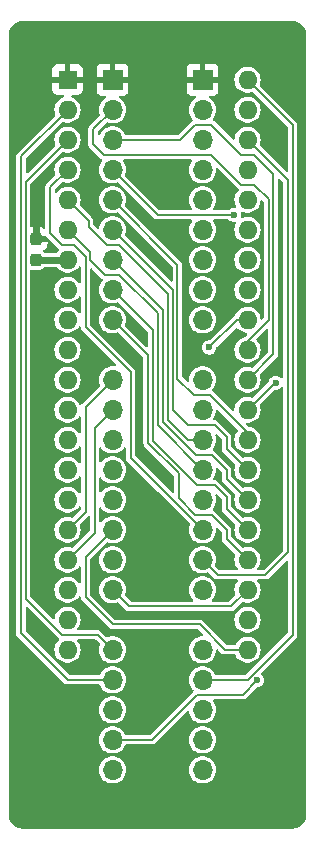
<source format=gbr>
G04 #@! TF.GenerationSoftware,KiCad,Pcbnew,8.0.4+dfsg-1*
G04 #@! TF.CreationDate,2025-03-02T11:29:06+09:00*
G04 #@! TF.ProjectId,bionic-mc6809,62696f6e-6963-42d6-9d63-363830392e6b,67*
G04 #@! TF.SameCoordinates,Original*
G04 #@! TF.FileFunction,Copper,L2,Bot*
G04 #@! TF.FilePolarity,Positive*
%FSLAX46Y46*%
G04 Gerber Fmt 4.6, Leading zero omitted, Abs format (unit mm)*
G04 Created by KiCad (PCBNEW 8.0.4+dfsg-1) date 2025-03-02 11:29:06*
%MOMM*%
%LPD*%
G01*
G04 APERTURE LIST*
G04 Aperture macros list*
%AMRoundRect*
0 Rectangle with rounded corners*
0 $1 Rounding radius*
0 $2 $3 $4 $5 $6 $7 $8 $9 X,Y pos of 4 corners*
0 Add a 4 corners polygon primitive as box body*
4,1,4,$2,$3,$4,$5,$6,$7,$8,$9,$2,$3,0*
0 Add four circle primitives for the rounded corners*
1,1,$1+$1,$2,$3*
1,1,$1+$1,$4,$5*
1,1,$1+$1,$6,$7*
1,1,$1+$1,$8,$9*
0 Add four rect primitives between the rounded corners*
20,1,$1+$1,$2,$3,$4,$5,0*
20,1,$1+$1,$4,$5,$6,$7,0*
20,1,$1+$1,$6,$7,$8,$9,0*
20,1,$1+$1,$8,$9,$2,$3,0*%
G04 Aperture macros list end*
G04 #@! TA.AperFunction,ComponentPad*
%ADD10R,1.600000X1.600000*%
G04 #@! TD*
G04 #@! TA.AperFunction,ComponentPad*
%ADD11O,1.600000X1.600000*%
G04 #@! TD*
G04 #@! TA.AperFunction,ComponentPad*
%ADD12O,1.700000X1.700000*%
G04 #@! TD*
G04 #@! TA.AperFunction,ComponentPad*
%ADD13R,1.700000X1.700000*%
G04 #@! TD*
G04 #@! TA.AperFunction,SMDPad,CuDef*
%ADD14RoundRect,0.237500X0.237500X-0.300000X0.237500X0.300000X-0.237500X0.300000X-0.237500X-0.300000X0*%
G04 #@! TD*
G04 #@! TA.AperFunction,ViaPad*
%ADD15C,0.600000*%
G04 #@! TD*
G04 #@! TA.AperFunction,Conductor*
%ADD16C,0.800000*%
G04 #@! TD*
G04 #@! TA.AperFunction,Conductor*
%ADD17C,0.600000*%
G04 #@! TD*
G04 #@! TA.AperFunction,Conductor*
%ADD18C,0.200000*%
G04 #@! TD*
G04 APERTURE END LIST*
D10*
X106080000Y-75080000D03*
D11*
X106080000Y-77620000D03*
X106080000Y-80160000D03*
X106080000Y-82700000D03*
X106080000Y-85240000D03*
X106080000Y-87780000D03*
X106080000Y-90320000D03*
X106080000Y-92860000D03*
X106080000Y-95400000D03*
X106080000Y-97940000D03*
X106080000Y-100480000D03*
X106080000Y-103020000D03*
X106080000Y-105560000D03*
X106080000Y-108100000D03*
X106080000Y-110640000D03*
X106080000Y-113180000D03*
X106080000Y-115720000D03*
X106080000Y-118260000D03*
X106080000Y-120800000D03*
X106080000Y-123340000D03*
X121320000Y-123340000D03*
X121320000Y-120800000D03*
X121320000Y-118260000D03*
X121320000Y-115720000D03*
X121320000Y-113180000D03*
X121320000Y-110640000D03*
X121320000Y-108100000D03*
X121320000Y-105560000D03*
X121320000Y-103020000D03*
X121320000Y-100480000D03*
X121320000Y-97940000D03*
X121320000Y-95400000D03*
X121320000Y-92860000D03*
X121320000Y-90320000D03*
X121320000Y-87780000D03*
X121320000Y-85240000D03*
X121320000Y-82700000D03*
X121320000Y-80160000D03*
X121320000Y-77620000D03*
X121320000Y-75080000D03*
D12*
X117510000Y-133500000D03*
X117510000Y-130960000D03*
X117510000Y-128420000D03*
X117510000Y-125880000D03*
X117510000Y-123340000D03*
X117510000Y-118260000D03*
X117510000Y-115720000D03*
X117510000Y-113180000D03*
X117510000Y-110640000D03*
X117510000Y-108100000D03*
X117510000Y-105560000D03*
X117510000Y-103020000D03*
X117510000Y-100480000D03*
X117510000Y-95400000D03*
X117510000Y-92860000D03*
X117510000Y-90320000D03*
X117510000Y-87780000D03*
X117510000Y-85240000D03*
X117510000Y-82700000D03*
X117510000Y-80160000D03*
X117510000Y-77620000D03*
D13*
X117510000Y-75080000D03*
X109890000Y-75080000D03*
D12*
X109890000Y-77620000D03*
X109890000Y-80160000D03*
X109890000Y-82700000D03*
X109890000Y-85240000D03*
X109890000Y-87780000D03*
X109890000Y-90320000D03*
X109890000Y-92860000D03*
X109890000Y-95400000D03*
X109890000Y-100480000D03*
X109890000Y-103020000D03*
X109890000Y-105560000D03*
X109890000Y-108100000D03*
X109890000Y-110640000D03*
X109890000Y-113180000D03*
X109890000Y-115720000D03*
X109890000Y-118260000D03*
X109890000Y-123340000D03*
X109890000Y-125880000D03*
X109890000Y-128420000D03*
X109890000Y-130960000D03*
X109890000Y-133500000D03*
D14*
X103413000Y-90320000D03*
X103413000Y-88595000D03*
D15*
X105699000Y-128547000D03*
X107731000Y-81430000D03*
X105064000Y-114450000D03*
X113573000Y-108100000D03*
X113700000Y-82700000D03*
X121320000Y-130960000D03*
X115224000Y-88796000D03*
X118399000Y-94130000D03*
X103413000Y-85113000D03*
X113700000Y-123340000D03*
X123606000Y-122070000D03*
X113700000Y-114450000D03*
X104175000Y-94003000D03*
X113700000Y-132357000D03*
X123733000Y-102385000D03*
X122336000Y-109370000D03*
X120177000Y-86510000D03*
X123698000Y-100734000D03*
X122125265Y-125923265D03*
X118081500Y-97749500D03*
D16*
X106053500Y-90293500D02*
X106080000Y-90320000D01*
D17*
X106080000Y-90320000D02*
X103413000Y-90320000D01*
X103413000Y-88568500D02*
X103413000Y-85113000D01*
D18*
X108239000Y-79271000D02*
X108239000Y-80541000D01*
X121320000Y-97202500D02*
X121320000Y-97940000D01*
X120796182Y-83970000D02*
X121849825Y-83970000D01*
X123098000Y-85218175D02*
X123098000Y-95424500D01*
X109890000Y-77620000D02*
X108239000Y-79271000D01*
X118256182Y-81430000D02*
X120796182Y-83970000D01*
X109128000Y-81430000D02*
X118256182Y-81430000D01*
X123098000Y-95424500D02*
X121320000Y-97202500D01*
X121849825Y-83970000D02*
X123098000Y-85218175D01*
X108239000Y-80541000D02*
X109128000Y-81430000D01*
X121828000Y-81430000D02*
X123498000Y-83100000D01*
X123498000Y-98302000D02*
X121320000Y-100480000D01*
X123498000Y-83100000D02*
X123498000Y-98302000D01*
X116875000Y-78890000D02*
X118256182Y-78890000D01*
X120796182Y-81430000D02*
X121828000Y-81430000D01*
X118256182Y-78890000D02*
X120796182Y-81430000D01*
X115605000Y-80160000D02*
X116875000Y-78890000D01*
X109890000Y-80160000D02*
X115605000Y-80160000D01*
X113700000Y-86510000D02*
X109890000Y-82700000D01*
X123698000Y-100734000D02*
X123606000Y-100734000D01*
X123606000Y-100734000D02*
X121320000Y-103020000D01*
X120177000Y-86510000D02*
X113700000Y-86510000D01*
X115386000Y-100388000D02*
X116748000Y-101750000D01*
X121320000Y-104963654D02*
X121320000Y-105560000D01*
X118106346Y-101750000D02*
X121320000Y-104963654D01*
X115386000Y-90736000D02*
X115386000Y-100388000D01*
X116748000Y-101750000D02*
X118106346Y-101750000D01*
X109890000Y-85240000D02*
X115386000Y-90736000D01*
X121320000Y-108100000D02*
X119542000Y-106322000D01*
X118526000Y-104290000D02*
X116240000Y-104290000D01*
X114986000Y-92876000D02*
X109890000Y-87780000D01*
X116240000Y-104290000D02*
X114986000Y-103036000D01*
X119542000Y-106322000D02*
X119542000Y-105306000D01*
X119542000Y-105306000D02*
X118526000Y-104290000D01*
X114986000Y-103036000D02*
X114986000Y-92876000D01*
X119542000Y-108862000D02*
X119542000Y-108100000D01*
X121320000Y-110640000D02*
X121320000Y-110254000D01*
X121320000Y-110640000D02*
X119542000Y-108862000D01*
X114186000Y-104071686D02*
X114186000Y-94616000D01*
X114186000Y-94616000D02*
X109890000Y-90320000D01*
X118272000Y-106830000D02*
X116944314Y-106830000D01*
X116944314Y-106830000D02*
X114186000Y-104071686D01*
X119542000Y-108100000D02*
X118272000Y-106830000D01*
X113300000Y-96270000D02*
X113300000Y-105668000D01*
X119542000Y-110386000D02*
X119542000Y-111402000D01*
X117002000Y-109370000D02*
X118526000Y-109370000D01*
X109890000Y-92860000D02*
X113300000Y-96270000D01*
X119542000Y-111402000D02*
X121320000Y-113180000D01*
X118526000Y-109370000D02*
X119542000Y-110386000D01*
X113300000Y-105668000D02*
X117002000Y-109370000D01*
X118272000Y-111910000D02*
X119542000Y-113180000D01*
X115478000Y-110513000D02*
X116875000Y-111910000D01*
X115478000Y-108411686D02*
X115478000Y-110513000D01*
X116875000Y-111910000D02*
X118272000Y-111910000D01*
X119542000Y-113180000D02*
X119542000Y-113942000D01*
X119542000Y-113942000D02*
X121320000Y-115720000D01*
X112900000Y-105833686D02*
X115478000Y-108411686D01*
X112900000Y-98410000D02*
X112900000Y-105833686D01*
X109890000Y-95400000D02*
X112900000Y-98410000D01*
X109890000Y-100480000D02*
X107604000Y-102766000D01*
X107604000Y-102766000D02*
X107604000Y-111656000D01*
X107604000Y-111656000D02*
X106080000Y-113180000D01*
X108366000Y-113434000D02*
X108366000Y-104544000D01*
X106080000Y-115720000D02*
X108366000Y-113434000D01*
X108366000Y-104544000D02*
X109890000Y-103020000D01*
X119415000Y-123340000D02*
X117256000Y-121181000D01*
X117256000Y-121181000D02*
X109890000Y-121181000D01*
X107604000Y-118895000D02*
X107604000Y-115466000D01*
X107604000Y-115466000D02*
X109890000Y-113180000D01*
X109890000Y-121181000D02*
X107604000Y-118895000D01*
X121320000Y-123340000D02*
X119415000Y-123340000D01*
X121320000Y-118260000D02*
X119923000Y-119657000D01*
X111287000Y-119657000D02*
X109890000Y-118260000D01*
X119923000Y-119657000D02*
X111287000Y-119657000D01*
X102524000Y-83716000D02*
X102524000Y-119022000D01*
X108620000Y-122070000D02*
X109890000Y-123340000D01*
X102524000Y-119022000D02*
X105572000Y-122070000D01*
X105572000Y-122070000D02*
X108620000Y-122070000D01*
X106080000Y-80160000D02*
X102524000Y-83716000D01*
X109890000Y-125880000D02*
X106080000Y-125880000D01*
X102124000Y-81576000D02*
X106080000Y-77620000D01*
X102124000Y-121924000D02*
X102124000Y-81576000D01*
X106080000Y-125880000D02*
X102124000Y-121924000D01*
X117002000Y-127150000D02*
X113192000Y-130960000D01*
X120898530Y-127150000D02*
X117002000Y-127150000D01*
X113192000Y-130960000D02*
X109890000Y-130960000D01*
X122125265Y-125923265D02*
X120898530Y-127150000D01*
X121320000Y-75080000D02*
X125130000Y-78890000D01*
X121320000Y-125880000D02*
X117510000Y-125880000D01*
X125130000Y-122070000D02*
X121320000Y-125880000D01*
X125130000Y-78890000D02*
X125130000Y-122070000D01*
X124730000Y-115091400D02*
X124730000Y-83570000D01*
X118780000Y-116990000D02*
X122831400Y-116990000D01*
X117510000Y-115720000D02*
X118780000Y-116990000D01*
X124730000Y-83570000D02*
X121320000Y-80160000D01*
X122831400Y-116990000D02*
X124730000Y-115091400D01*
X104594000Y-84186000D02*
X104594000Y-88072000D01*
X106080000Y-82700000D02*
X104594000Y-84186000D01*
X111414000Y-107084000D02*
X117510000Y-113180000D01*
X107604000Y-96035000D02*
X111414000Y-99845000D01*
X104594000Y-88072000D02*
X105572000Y-89050000D01*
X106588000Y-89050000D02*
X107604000Y-90066000D01*
X111414000Y-99845000D02*
X111414000Y-107084000D01*
X105572000Y-89050000D02*
X106588000Y-89050000D01*
X107604000Y-90066000D02*
X107604000Y-96035000D01*
X106080000Y-87780000D02*
X108004000Y-89704000D01*
X110461500Y-91590000D02*
X113700000Y-94828500D01*
X117481157Y-108100000D02*
X117510000Y-108100000D01*
X113700000Y-104318843D02*
X117481157Y-108100000D01*
X108004000Y-90339000D02*
X109255000Y-91590000D01*
X113700000Y-94828500D02*
X113700000Y-104318843D01*
X108004000Y-89704000D02*
X108004000Y-90339000D01*
X109255000Y-91590000D02*
X110461500Y-91590000D01*
X114586000Y-103906000D02*
X116240000Y-105560000D01*
X116240000Y-105560000D02*
X117510000Y-105560000D01*
X107858000Y-87018000D02*
X107858000Y-87526000D01*
X109382000Y-89050000D02*
X110398000Y-89050000D01*
X114586000Y-93238000D02*
X114586000Y-103906000D01*
X106080000Y-85240000D02*
X107858000Y-87018000D01*
X110398000Y-89050000D02*
X114586000Y-93238000D01*
X107858000Y-87526000D02*
X109382000Y-89050000D01*
X118081500Y-97749500D02*
X120431000Y-95400000D01*
X120431000Y-95400000D02*
X121320000Y-95400000D01*
G04 #@! TA.AperFunction,Conductor*
G36*
X124263546Y-101095765D02*
G01*
X124312088Y-101133012D01*
X124329500Y-101189087D01*
X124329500Y-114884499D01*
X124310593Y-114942690D01*
X124300504Y-114954503D01*
X122694503Y-116560504D01*
X122639986Y-116588281D01*
X122624499Y-116589500D01*
X122241246Y-116589500D01*
X122183055Y-116570593D01*
X122147091Y-116521093D01*
X122147091Y-116459907D01*
X122162239Y-116430844D01*
X122259673Y-116301821D01*
X122350582Y-116119250D01*
X122406397Y-115923083D01*
X122425215Y-115720000D01*
X122406397Y-115516917D01*
X122350582Y-115320750D01*
X122259673Y-115138179D01*
X122136764Y-114975421D01*
X121986041Y-114838019D01*
X121812637Y-114730652D01*
X121622456Y-114656976D01*
X121622455Y-114656975D01*
X121622453Y-114656975D01*
X121421976Y-114619500D01*
X121218024Y-114619500D01*
X121017544Y-114656975D01*
X120937739Y-114687892D01*
X120876648Y-114691282D01*
X120831973Y-114665581D01*
X120409416Y-114243024D01*
X119971496Y-113805103D01*
X119943719Y-113750586D01*
X119942500Y-113735099D01*
X119942500Y-113127274D01*
X119942500Y-113127273D01*
X119915207Y-113025413D01*
X119915207Y-113025412D01*
X119915207Y-113025411D01*
X119862483Y-112934091D01*
X119862481Y-112934089D01*
X119862480Y-112934087D01*
X118517913Y-111589520D01*
X118517910Y-111589518D01*
X118517908Y-111589516D01*
X118420969Y-111533548D01*
X118421973Y-111531808D01*
X118382435Y-111498029D01*
X118368160Y-111438532D01*
X118387849Y-111386655D01*
X118492366Y-111248255D01*
X118587405Y-111057389D01*
X118645756Y-110852310D01*
X118665429Y-110640000D01*
X118645756Y-110427690D01*
X118602320Y-110275031D01*
X118604581Y-110213892D01*
X118642349Y-110165754D01*
X118701198Y-110149010D01*
X118758651Y-110170054D01*
X118767545Y-110177938D01*
X119112504Y-110522897D01*
X119140281Y-110577414D01*
X119141500Y-110592901D01*
X119141500Y-111349273D01*
X119141500Y-111454727D01*
X119155584Y-111507289D01*
X119168794Y-111556592D01*
X119221516Y-111647908D01*
X119221517Y-111647909D01*
X119221518Y-111647910D01*
X119221520Y-111647913D01*
X119744801Y-112171194D01*
X120262663Y-112689056D01*
X120290440Y-112743573D01*
X120287880Y-112786152D01*
X120233603Y-112976915D01*
X120226694Y-113051477D01*
X120214785Y-113180000D01*
X120233603Y-113383083D01*
X120289418Y-113579250D01*
X120380327Y-113761821D01*
X120503236Y-113924579D01*
X120653959Y-114061981D01*
X120827363Y-114169348D01*
X121017544Y-114243024D01*
X121218024Y-114280500D01*
X121421976Y-114280500D01*
X121622456Y-114243024D01*
X121812637Y-114169348D01*
X121986041Y-114061981D01*
X122136764Y-113924579D01*
X122259673Y-113761821D01*
X122350582Y-113579250D01*
X122406397Y-113383083D01*
X122425215Y-113180000D01*
X122406397Y-112976917D01*
X122350582Y-112780750D01*
X122259673Y-112598179D01*
X122136764Y-112435421D01*
X121986041Y-112298019D01*
X121812637Y-112190652D01*
X121622456Y-112116976D01*
X121622455Y-112116975D01*
X121622453Y-112116975D01*
X121421976Y-112079500D01*
X121218024Y-112079500D01*
X121017544Y-112116975D01*
X120937739Y-112147892D01*
X120876648Y-112151282D01*
X120831973Y-112125581D01*
X120409416Y-111703024D01*
X119971496Y-111265103D01*
X119943719Y-111210586D01*
X119942500Y-111195099D01*
X119942500Y-110333274D01*
X119942500Y-110333273D01*
X119915207Y-110231413D01*
X119915207Y-110231412D01*
X119915207Y-110231411D01*
X119862483Y-110140091D01*
X119862481Y-110140089D01*
X119862480Y-110140087D01*
X118771913Y-109049520D01*
X118771910Y-109049518D01*
X118771908Y-109049516D01*
X118680591Y-108996794D01*
X118680593Y-108996794D01*
X118641070Y-108986204D01*
X118578727Y-108969500D01*
X118578725Y-108969500D01*
X118493901Y-108969500D01*
X118435710Y-108950593D01*
X118399746Y-108901093D01*
X118399746Y-108839907D01*
X118414897Y-108810839D01*
X118416080Y-108809273D01*
X118492366Y-108708255D01*
X118587405Y-108517389D01*
X118645756Y-108312310D01*
X118665429Y-108100000D01*
X118659050Y-108031162D01*
X118672508Y-107971477D01*
X118718478Y-107931099D01*
X118779403Y-107925453D01*
X118827632Y-107952025D01*
X119112504Y-108236897D01*
X119140281Y-108291414D01*
X119141500Y-108306901D01*
X119141500Y-108809273D01*
X119141500Y-108914727D01*
X119156176Y-108969500D01*
X119168794Y-109016592D01*
X119221516Y-109107908D01*
X119221517Y-109107909D01*
X119221518Y-109107910D01*
X119221520Y-109107913D01*
X119744802Y-109631195D01*
X120262663Y-110149056D01*
X120290440Y-110203573D01*
X120287880Y-110246152D01*
X120233603Y-110436915D01*
X120233603Y-110436917D01*
X120214785Y-110640000D01*
X120233603Y-110843083D01*
X120289418Y-111039250D01*
X120380327Y-111221821D01*
X120503236Y-111384579D01*
X120653959Y-111521981D01*
X120827363Y-111629348D01*
X121017544Y-111703024D01*
X121218024Y-111740500D01*
X121421976Y-111740500D01*
X121622456Y-111703024D01*
X121812637Y-111629348D01*
X121986041Y-111521981D01*
X122136764Y-111384579D01*
X122259673Y-111221821D01*
X122350582Y-111039250D01*
X122406397Y-110843083D01*
X122425215Y-110640000D01*
X122406397Y-110436917D01*
X122350582Y-110240750D01*
X122259673Y-110058179D01*
X122136764Y-109895421D01*
X121986041Y-109758019D01*
X121812637Y-109650652D01*
X121622456Y-109576976D01*
X121622455Y-109576975D01*
X121622453Y-109576975D01*
X121421976Y-109539500D01*
X121218024Y-109539500D01*
X121017544Y-109576975D01*
X120937739Y-109607892D01*
X120876648Y-109611282D01*
X120831973Y-109585581D01*
X120409416Y-109163024D01*
X119971496Y-108725103D01*
X119943719Y-108670586D01*
X119942500Y-108655099D01*
X119942500Y-108047274D01*
X119942500Y-108047273D01*
X119915207Y-107945413D01*
X119915207Y-107945412D01*
X119915207Y-107945411D01*
X119862483Y-107854091D01*
X119862481Y-107854089D01*
X119862480Y-107854087D01*
X118517913Y-106509520D01*
X118517910Y-106509518D01*
X118517908Y-106509516D01*
X118420969Y-106453548D01*
X118421973Y-106451808D01*
X118382435Y-106418029D01*
X118368160Y-106358532D01*
X118387849Y-106306655D01*
X118492366Y-106168255D01*
X118587405Y-105977389D01*
X118645756Y-105772310D01*
X118665429Y-105560000D01*
X118645756Y-105347690D01*
X118602320Y-105195031D01*
X118604581Y-105133892D01*
X118642349Y-105085754D01*
X118701198Y-105069010D01*
X118758651Y-105090054D01*
X118767545Y-105097938D01*
X119112504Y-105442897D01*
X119140281Y-105497414D01*
X119141500Y-105512901D01*
X119141500Y-106269273D01*
X119141500Y-106374727D01*
X119156176Y-106429500D01*
X119168794Y-106476592D01*
X119221516Y-106567908D01*
X119221517Y-106567909D01*
X119221518Y-106567910D01*
X119221520Y-106567913D01*
X119744802Y-107091195D01*
X120262663Y-107609056D01*
X120290440Y-107663573D01*
X120287880Y-107706152D01*
X120233603Y-107896915D01*
X120226694Y-107971477D01*
X120214785Y-108100000D01*
X120233603Y-108303083D01*
X120289418Y-108499250D01*
X120380327Y-108681821D01*
X120503236Y-108844579D01*
X120653959Y-108981981D01*
X120827363Y-109089348D01*
X121017544Y-109163024D01*
X121218024Y-109200500D01*
X121421976Y-109200500D01*
X121622456Y-109163024D01*
X121812637Y-109089348D01*
X121986041Y-108981981D01*
X122136764Y-108844579D01*
X122259673Y-108681821D01*
X122350582Y-108499250D01*
X122406397Y-108303083D01*
X122425215Y-108100000D01*
X122406397Y-107896917D01*
X122350582Y-107700750D01*
X122259673Y-107518179D01*
X122136764Y-107355421D01*
X121986041Y-107218019D01*
X121812637Y-107110652D01*
X121622456Y-107036976D01*
X121622455Y-107036975D01*
X121622453Y-107036975D01*
X121421976Y-106999500D01*
X121218024Y-106999500D01*
X121017544Y-107036975D01*
X120937739Y-107067892D01*
X120876648Y-107071282D01*
X120831973Y-107045581D01*
X120409416Y-106623024D01*
X119971496Y-106185103D01*
X119943719Y-106130586D01*
X119942500Y-106115099D01*
X119942500Y-105253274D01*
X119942500Y-105253273D01*
X119915207Y-105151413D01*
X119915207Y-105151412D01*
X119915207Y-105151411D01*
X119862483Y-105060091D01*
X119862481Y-105060089D01*
X119862480Y-105060087D01*
X118771913Y-103969520D01*
X118771910Y-103969518D01*
X118771908Y-103969516D01*
X118680591Y-103916794D01*
X118680593Y-103916794D01*
X118641070Y-103906204D01*
X118578727Y-103889500D01*
X118578725Y-103889500D01*
X118493901Y-103889500D01*
X118435710Y-103870593D01*
X118399746Y-103821093D01*
X118399746Y-103759907D01*
X118414897Y-103730839D01*
X118492366Y-103628255D01*
X118587405Y-103437389D01*
X118645756Y-103232310D01*
X118658227Y-103097722D01*
X118682422Y-103041527D01*
X118735029Y-103010283D01*
X118795953Y-103015929D01*
X118826808Y-103036855D01*
X120486265Y-104696312D01*
X120514042Y-104750829D01*
X120504471Y-104811261D01*
X120495267Y-104825973D01*
X120439394Y-104899961D01*
X120380328Y-104978177D01*
X120380323Y-104978186D01*
X120294067Y-105151413D01*
X120289418Y-105160750D01*
X120233603Y-105356917D01*
X120214785Y-105560000D01*
X120233603Y-105763083D01*
X120289418Y-105959250D01*
X120380327Y-106141821D01*
X120503236Y-106304579D01*
X120653959Y-106441981D01*
X120827363Y-106549348D01*
X121017544Y-106623024D01*
X121218024Y-106660500D01*
X121421976Y-106660500D01*
X121622456Y-106623024D01*
X121812637Y-106549348D01*
X121986041Y-106441981D01*
X122136764Y-106304579D01*
X122259673Y-106141821D01*
X122350582Y-105959250D01*
X122406397Y-105763083D01*
X122425215Y-105560000D01*
X122406397Y-105356917D01*
X122350582Y-105160750D01*
X122259673Y-104978179D01*
X122136764Y-104815421D01*
X121986041Y-104678019D01*
X121812637Y-104570652D01*
X121622456Y-104496976D01*
X121622455Y-104496975D01*
X121622453Y-104496975D01*
X121421975Y-104459499D01*
X121417414Y-104459077D01*
X121417546Y-104457647D01*
X121365056Y-104440593D01*
X121353243Y-104430504D01*
X121212243Y-104289504D01*
X121184466Y-104234987D01*
X121194037Y-104174555D01*
X121237302Y-104131290D01*
X121282247Y-104120500D01*
X121421976Y-104120500D01*
X121622456Y-104083024D01*
X121812637Y-104009348D01*
X121986041Y-103901981D01*
X122136764Y-103764579D01*
X122259673Y-103601821D01*
X122350582Y-103419250D01*
X122406397Y-103223083D01*
X122425215Y-103020000D01*
X122406397Y-102816917D01*
X122352118Y-102626148D01*
X122354379Y-102565010D01*
X122377333Y-102529058D01*
X123547464Y-101358927D01*
X123601979Y-101331152D01*
X123630383Y-101330780D01*
X123698000Y-101339682D01*
X123854762Y-101319044D01*
X124000841Y-101258536D01*
X124126282Y-101162282D01*
X124151958Y-101128819D01*
X124202382Y-101094164D01*
X124263546Y-101095765D01*
G37*
G04 #@! TD.AperFunction*
G04 #@! TA.AperFunction,Conductor*
G36*
X108173501Y-91074894D02*
G01*
X109009087Y-91910480D01*
X109009089Y-91910481D01*
X109023316Y-91918695D01*
X109064257Y-91964164D01*
X109070654Y-92025014D01*
X109040521Y-92077587D01*
X109036130Y-92081590D01*
X109036128Y-92081592D01*
X108907640Y-92251736D01*
X108907630Y-92251752D01*
X108812596Y-92442608D01*
X108754244Y-92647688D01*
X108754244Y-92647690D01*
X108734571Y-92860000D01*
X108754244Y-93072310D01*
X108812595Y-93277389D01*
X108907634Y-93468255D01*
X109036128Y-93638407D01*
X109036135Y-93638413D01*
X109193692Y-93782047D01*
X109193699Y-93782053D01*
X109238995Y-93810099D01*
X109374981Y-93894298D01*
X109573802Y-93971321D01*
X109783390Y-94010500D01*
X109996610Y-94010500D01*
X110206198Y-93971321D01*
X110310908Y-93930755D01*
X110371998Y-93927366D01*
X110416674Y-93953067D01*
X112870504Y-96406897D01*
X112898281Y-96461414D01*
X112899500Y-96476901D01*
X112899500Y-97604099D01*
X112880593Y-97662290D01*
X112831093Y-97698254D01*
X112769907Y-97698254D01*
X112730496Y-97674103D01*
X110986650Y-95930257D01*
X110958873Y-95875740D01*
X110967111Y-95822182D01*
X110965752Y-95821656D01*
X110967400Y-95817398D01*
X110967405Y-95817389D01*
X111025756Y-95612310D01*
X111045429Y-95400000D01*
X111025756Y-95187690D01*
X110967405Y-94982611D01*
X110872366Y-94791745D01*
X110743872Y-94621593D01*
X110689623Y-94572139D01*
X110586307Y-94477952D01*
X110586300Y-94477946D01*
X110405024Y-94365705D01*
X110405019Y-94365702D01*
X110206195Y-94288678D01*
X109996610Y-94249500D01*
X109783390Y-94249500D01*
X109573804Y-94288678D01*
X109374980Y-94365702D01*
X109374975Y-94365705D01*
X109193699Y-94477946D01*
X109193692Y-94477952D01*
X109036135Y-94621586D01*
X109036131Y-94621589D01*
X109036128Y-94621593D01*
X109036125Y-94621597D01*
X108907635Y-94791743D01*
X108907630Y-94791752D01*
X108812596Y-94982608D01*
X108812595Y-94982611D01*
X108800655Y-95024574D01*
X108754244Y-95187688D01*
X108734571Y-95400000D01*
X108740510Y-95464099D01*
X108754244Y-95612310D01*
X108812595Y-95817389D01*
X108907634Y-96008255D01*
X109036128Y-96178407D01*
X109093160Y-96230399D01*
X109193692Y-96322047D01*
X109193699Y-96322053D01*
X109297389Y-96386255D01*
X109374981Y-96434298D01*
X109573802Y-96511321D01*
X109783390Y-96550500D01*
X109996610Y-96550500D01*
X110206198Y-96511321D01*
X110310908Y-96470755D01*
X110371998Y-96467366D01*
X110416674Y-96493067D01*
X112470504Y-98546897D01*
X112498281Y-98601414D01*
X112499500Y-98616901D01*
X112499500Y-105780959D01*
X112499500Y-105886413D01*
X112519016Y-105959250D01*
X112526794Y-105988278D01*
X112579516Y-106079594D01*
X112579518Y-106079596D01*
X112579520Y-106079599D01*
X113829830Y-107329908D01*
X115048504Y-108548582D01*
X115076281Y-108603099D01*
X115077500Y-108618586D01*
X115077500Y-109942099D01*
X115058593Y-110000290D01*
X115009093Y-110036254D01*
X114947907Y-110036254D01*
X114908496Y-110012103D01*
X111843496Y-106947103D01*
X111815719Y-106892586D01*
X111814500Y-106877099D01*
X111814500Y-99905714D01*
X111814501Y-99905701D01*
X111814501Y-99792275D01*
X111814501Y-99792273D01*
X111787207Y-99690413D01*
X111780906Y-99679500D01*
X111734480Y-99599087D01*
X111659913Y-99524520D01*
X111659910Y-99524518D01*
X109850173Y-97714781D01*
X108033496Y-95898103D01*
X108005719Y-95843586D01*
X108004500Y-95828099D01*
X108004500Y-91144900D01*
X108023407Y-91086709D01*
X108072907Y-91050745D01*
X108134093Y-91050745D01*
X108173501Y-91074894D01*
G37*
G04 #@! TD.AperFunction*
G04 #@! TA.AperFunction,Conductor*
G36*
X116584290Y-81849407D02*
G01*
X116620254Y-81898907D01*
X116620254Y-81960093D01*
X116605103Y-81989161D01*
X116527635Y-82091743D01*
X116527630Y-82091752D01*
X116432596Y-82282608D01*
X116374244Y-82487688D01*
X116354571Y-82700000D01*
X116360510Y-82764099D01*
X116374244Y-82912310D01*
X116432595Y-83117389D01*
X116527634Y-83308255D01*
X116656128Y-83478407D01*
X116726734Y-83542773D01*
X116813692Y-83622047D01*
X116813699Y-83622053D01*
X116851679Y-83645569D01*
X116994981Y-83734298D01*
X117193802Y-83811321D01*
X117403390Y-83850500D01*
X117616610Y-83850500D01*
X117826198Y-83811321D01*
X118025019Y-83734298D01*
X118206302Y-83622052D01*
X118363872Y-83478407D01*
X118492366Y-83308255D01*
X118587405Y-83117389D01*
X118645756Y-82912310D01*
X118665429Y-82700000D01*
X118660665Y-82648594D01*
X118674122Y-82588910D01*
X118720093Y-82548532D01*
X118781017Y-82542886D01*
X118829247Y-82569458D01*
X120475702Y-84215913D01*
X120475701Y-84215913D01*
X120550268Y-84290479D01*
X120552945Y-84292533D01*
X120554314Y-84294525D01*
X120554857Y-84295068D01*
X120554756Y-84295168D01*
X120587604Y-84342956D01*
X120586005Y-84404120D01*
X120559379Y-84444239D01*
X120503237Y-84495419D01*
X120380328Y-84658177D01*
X120380323Y-84658186D01*
X120298450Y-84822611D01*
X120289418Y-84840750D01*
X120233603Y-85036917D01*
X120214785Y-85240000D01*
X120233603Y-85443083D01*
X120287880Y-85633846D01*
X120289419Y-85639252D01*
X120355610Y-85772183D01*
X120364623Y-85832701D01*
X120336342Y-85886959D01*
X120281571Y-85914231D01*
X120254067Y-85914464D01*
X120177001Y-85904318D01*
X120176999Y-85904318D01*
X120020241Y-85924955D01*
X120020233Y-85924957D01*
X119874161Y-85985462D01*
X119874160Y-85985462D01*
X119743570Y-86085668D01*
X119742509Y-86084286D01*
X119695416Y-86108281D01*
X119679929Y-86109500D01*
X118493901Y-86109500D01*
X118435710Y-86090593D01*
X118399746Y-86041093D01*
X118399746Y-85979907D01*
X118414897Y-85950839D01*
X118492366Y-85848255D01*
X118587405Y-85657389D01*
X118645756Y-85452310D01*
X118665429Y-85240000D01*
X118645756Y-85027690D01*
X118587405Y-84822611D01*
X118492366Y-84631745D01*
X118363872Y-84461593D01*
X118288520Y-84392900D01*
X118206307Y-84317952D01*
X118206300Y-84317946D01*
X118025024Y-84205705D01*
X118025019Y-84205702D01*
X117854130Y-84139500D01*
X117826198Y-84128679D01*
X117826197Y-84128678D01*
X117826195Y-84128678D01*
X117616610Y-84089500D01*
X117403390Y-84089500D01*
X117193804Y-84128678D01*
X116994980Y-84205702D01*
X116994975Y-84205705D01*
X116813699Y-84317946D01*
X116813692Y-84317952D01*
X116656135Y-84461586D01*
X116656131Y-84461589D01*
X116656128Y-84461593D01*
X116656125Y-84461597D01*
X116527635Y-84631743D01*
X116527630Y-84631752D01*
X116432596Y-84822608D01*
X116374244Y-85027688D01*
X116374244Y-85027690D01*
X116354571Y-85240000D01*
X116374244Y-85452310D01*
X116432595Y-85657389D01*
X116527634Y-85848255D01*
X116585557Y-85924957D01*
X116605103Y-85950839D01*
X116625082Y-86008670D01*
X116607253Y-86067201D01*
X116558427Y-86104073D01*
X116526099Y-86109500D01*
X113906900Y-86109500D01*
X113848709Y-86090593D01*
X113836896Y-86080504D01*
X110986650Y-83230257D01*
X110958873Y-83175740D01*
X110967111Y-83122182D01*
X110965752Y-83121656D01*
X110967400Y-83117398D01*
X110967405Y-83117389D01*
X111025756Y-82912310D01*
X111045429Y-82700000D01*
X111025756Y-82487690D01*
X110967405Y-82282611D01*
X110872366Y-82091745D01*
X110794896Y-81989159D01*
X110774918Y-81931330D01*
X110792747Y-81872799D01*
X110841573Y-81835927D01*
X110873901Y-81830500D01*
X116526099Y-81830500D01*
X116584290Y-81849407D01*
G37*
G04 #@! TD.AperFunction*
G04 #@! TA.AperFunction,Conductor*
G36*
X125134309Y-70100877D02*
G01*
X125324457Y-70117512D01*
X125341437Y-70120505D01*
X125521635Y-70168789D01*
X125537839Y-70174687D01*
X125706902Y-70253523D01*
X125721842Y-70262149D01*
X125874641Y-70369140D01*
X125887861Y-70380232D01*
X126019767Y-70512138D01*
X126030859Y-70525358D01*
X126137850Y-70678157D01*
X126146478Y-70693101D01*
X126225308Y-70862151D01*
X126231211Y-70878368D01*
X126279492Y-71058555D01*
X126282488Y-71075550D01*
X126299123Y-71265690D01*
X126299500Y-71274318D01*
X126299500Y-137305681D01*
X126299123Y-137314309D01*
X126282488Y-137504449D01*
X126279492Y-137521444D01*
X126231211Y-137701631D01*
X126225308Y-137717848D01*
X126146478Y-137886898D01*
X126137850Y-137901842D01*
X126030859Y-138054641D01*
X126019767Y-138067861D01*
X125887861Y-138199767D01*
X125874641Y-138210859D01*
X125721842Y-138317850D01*
X125706898Y-138326478D01*
X125537848Y-138405308D01*
X125521631Y-138411211D01*
X125341444Y-138459492D01*
X125324449Y-138462488D01*
X125134309Y-138479123D01*
X125125681Y-138479500D01*
X102274319Y-138479500D01*
X102265691Y-138479123D01*
X102075550Y-138462488D01*
X102058555Y-138459492D01*
X101878368Y-138411211D01*
X101862154Y-138405309D01*
X101693100Y-138326477D01*
X101678157Y-138317850D01*
X101525358Y-138210859D01*
X101512138Y-138199767D01*
X101380232Y-138067861D01*
X101369140Y-138054641D01*
X101262149Y-137901842D01*
X101253523Y-137886902D01*
X101174687Y-137717839D01*
X101168788Y-137701631D01*
X101149843Y-137630926D01*
X101120505Y-137521437D01*
X101117512Y-137504457D01*
X101100877Y-137314309D01*
X101100500Y-137305681D01*
X101100500Y-133500000D01*
X108734571Y-133500000D01*
X108754244Y-133712310D01*
X108812595Y-133917389D01*
X108907634Y-134108255D01*
X109036128Y-134278407D01*
X109036135Y-134278413D01*
X109193692Y-134422047D01*
X109193699Y-134422053D01*
X109297389Y-134486255D01*
X109374981Y-134534298D01*
X109573802Y-134611321D01*
X109783390Y-134650500D01*
X109996610Y-134650500D01*
X110206198Y-134611321D01*
X110405019Y-134534298D01*
X110586302Y-134422052D01*
X110743872Y-134278407D01*
X110872366Y-134108255D01*
X110967405Y-133917389D01*
X111025756Y-133712310D01*
X111045429Y-133500000D01*
X116354571Y-133500000D01*
X116374244Y-133712310D01*
X116432595Y-133917389D01*
X116527634Y-134108255D01*
X116656128Y-134278407D01*
X116656135Y-134278413D01*
X116813692Y-134422047D01*
X116813699Y-134422053D01*
X116917389Y-134486255D01*
X116994981Y-134534298D01*
X117193802Y-134611321D01*
X117403390Y-134650500D01*
X117616610Y-134650500D01*
X117826198Y-134611321D01*
X118025019Y-134534298D01*
X118206302Y-134422052D01*
X118363872Y-134278407D01*
X118492366Y-134108255D01*
X118587405Y-133917389D01*
X118645756Y-133712310D01*
X118665429Y-133500000D01*
X118645756Y-133287690D01*
X118587405Y-133082611D01*
X118492366Y-132891745D01*
X118363872Y-132721593D01*
X118309623Y-132672139D01*
X118206307Y-132577952D01*
X118206300Y-132577946D01*
X118025024Y-132465705D01*
X118025019Y-132465702D01*
X117826195Y-132388678D01*
X117616610Y-132349500D01*
X117403390Y-132349500D01*
X117193804Y-132388678D01*
X116994980Y-132465702D01*
X116994975Y-132465705D01*
X116813699Y-132577946D01*
X116813692Y-132577952D01*
X116656135Y-132721586D01*
X116656131Y-132721589D01*
X116656128Y-132721593D01*
X116656125Y-132721597D01*
X116527635Y-132891743D01*
X116527630Y-132891752D01*
X116432596Y-133082608D01*
X116374244Y-133287688D01*
X116374244Y-133287690D01*
X116354571Y-133500000D01*
X111045429Y-133500000D01*
X111025756Y-133287690D01*
X110967405Y-133082611D01*
X110872366Y-132891745D01*
X110743872Y-132721593D01*
X110689623Y-132672139D01*
X110586307Y-132577952D01*
X110586300Y-132577946D01*
X110405024Y-132465705D01*
X110405019Y-132465702D01*
X110206195Y-132388678D01*
X109996610Y-132349500D01*
X109783390Y-132349500D01*
X109573804Y-132388678D01*
X109374980Y-132465702D01*
X109374975Y-132465705D01*
X109193699Y-132577946D01*
X109193692Y-132577952D01*
X109036135Y-132721586D01*
X109036131Y-132721589D01*
X109036128Y-132721593D01*
X109036125Y-132721597D01*
X108907635Y-132891743D01*
X108907630Y-132891752D01*
X108812596Y-133082608D01*
X108754244Y-133287688D01*
X108754244Y-133287690D01*
X108734571Y-133500000D01*
X101100500Y-133500000D01*
X101100500Y-128420000D01*
X108734571Y-128420000D01*
X108754244Y-128632310D01*
X108812595Y-128837389D01*
X108907634Y-129028255D01*
X109036128Y-129198407D01*
X109036135Y-129198413D01*
X109193692Y-129342047D01*
X109193699Y-129342053D01*
X109297389Y-129406255D01*
X109374981Y-129454298D01*
X109573802Y-129531321D01*
X109783390Y-129570500D01*
X109996610Y-129570500D01*
X110206198Y-129531321D01*
X110405019Y-129454298D01*
X110586302Y-129342052D01*
X110743872Y-129198407D01*
X110872366Y-129028255D01*
X110967405Y-128837389D01*
X111025756Y-128632310D01*
X111045429Y-128420000D01*
X111025756Y-128207690D01*
X110967405Y-128002611D01*
X110872366Y-127811745D01*
X110743872Y-127641593D01*
X110649902Y-127555927D01*
X110586307Y-127497952D01*
X110586300Y-127497946D01*
X110405024Y-127385705D01*
X110405019Y-127385702D01*
X110206195Y-127308678D01*
X109996610Y-127269500D01*
X109783390Y-127269500D01*
X109573804Y-127308678D01*
X109374980Y-127385702D01*
X109374975Y-127385705D01*
X109193699Y-127497946D01*
X109193692Y-127497952D01*
X109036135Y-127641586D01*
X109036131Y-127641589D01*
X109036128Y-127641593D01*
X109036125Y-127641597D01*
X108907635Y-127811743D01*
X108907630Y-127811752D01*
X108812596Y-128002608D01*
X108754244Y-128207688D01*
X108754244Y-128207690D01*
X108734571Y-128420000D01*
X101100500Y-128420000D01*
X101100500Y-81523273D01*
X101723500Y-81523273D01*
X101723500Y-121871273D01*
X101723500Y-121976727D01*
X101732735Y-122011193D01*
X101750794Y-122078592D01*
X101803516Y-122169908D01*
X101803518Y-122169910D01*
X101803520Y-122169913D01*
X105834087Y-126200480D01*
X105834089Y-126200481D01*
X105834091Y-126200483D01*
X105925408Y-126253205D01*
X105925406Y-126253205D01*
X105925410Y-126253206D01*
X105925412Y-126253207D01*
X106027273Y-126280500D01*
X106132727Y-126280500D01*
X108742887Y-126280500D01*
X108801078Y-126299407D01*
X108831508Y-126335372D01*
X108887491Y-126447802D01*
X108907634Y-126488255D01*
X109036128Y-126658407D01*
X109036135Y-126658413D01*
X109193692Y-126802047D01*
X109193699Y-126802053D01*
X109238060Y-126829520D01*
X109374981Y-126914298D01*
X109573802Y-126991321D01*
X109783390Y-127030500D01*
X109996610Y-127030500D01*
X110206198Y-126991321D01*
X110405019Y-126914298D01*
X110586302Y-126802052D01*
X110743872Y-126658407D01*
X110872366Y-126488255D01*
X110967405Y-126297389D01*
X111025756Y-126092310D01*
X111045429Y-125880000D01*
X111025756Y-125667690D01*
X110967405Y-125462611D01*
X110872366Y-125271745D01*
X110743872Y-125101593D01*
X110689623Y-125052139D01*
X110586307Y-124957952D01*
X110586300Y-124957946D01*
X110405024Y-124845705D01*
X110405019Y-124845702D01*
X110206195Y-124768678D01*
X109996610Y-124729500D01*
X109783390Y-124729500D01*
X109573804Y-124768678D01*
X109374980Y-124845702D01*
X109374975Y-124845705D01*
X109193699Y-124957946D01*
X109193692Y-124957952D01*
X109036135Y-125101586D01*
X109036131Y-125101589D01*
X109036128Y-125101593D01*
X109036125Y-125101597D01*
X108907635Y-125271743D01*
X108907630Y-125271752D01*
X108831508Y-125424628D01*
X108788646Y-125468290D01*
X108742887Y-125479500D01*
X106286901Y-125479500D01*
X106228710Y-125460593D01*
X106216897Y-125450504D01*
X102553496Y-121787103D01*
X102525719Y-121732586D01*
X102524500Y-121717099D01*
X102524500Y-119827900D01*
X102543407Y-119769709D01*
X102592907Y-119733745D01*
X102654093Y-119733745D01*
X102693501Y-119757894D01*
X105326087Y-122390480D01*
X105326089Y-122390481D01*
X105330008Y-122394400D01*
X105357785Y-122448917D01*
X105348214Y-122509349D01*
X105326700Y-122537565D01*
X105263239Y-122595417D01*
X105140328Y-122758177D01*
X105140323Y-122758186D01*
X105050040Y-122939500D01*
X105049418Y-122940750D01*
X104993603Y-123136917D01*
X104974785Y-123340000D01*
X104993603Y-123543083D01*
X105049418Y-123739250D01*
X105140327Y-123921821D01*
X105263236Y-124084579D01*
X105413959Y-124221981D01*
X105587363Y-124329348D01*
X105777544Y-124403024D01*
X105978024Y-124440500D01*
X106181976Y-124440500D01*
X106382456Y-124403024D01*
X106572637Y-124329348D01*
X106746041Y-124221981D01*
X106896764Y-124084579D01*
X107019673Y-123921821D01*
X107110582Y-123739250D01*
X107166397Y-123543083D01*
X107185215Y-123340000D01*
X107166397Y-123136917D01*
X107110582Y-122940750D01*
X107019673Y-122758179D01*
X106922240Y-122629157D01*
X106902263Y-122571330D01*
X106920092Y-122512799D01*
X106968918Y-122475927D01*
X107001246Y-122470500D01*
X108413099Y-122470500D01*
X108471290Y-122489407D01*
X108483103Y-122499496D01*
X108793348Y-122809741D01*
X108821125Y-122864258D01*
X108812904Y-122917818D01*
X108814249Y-122918339D01*
X108812598Y-122922598D01*
X108754244Y-123127688D01*
X108754244Y-123127690D01*
X108734571Y-123340000D01*
X108754244Y-123552310D01*
X108812595Y-123757389D01*
X108907634Y-123948255D01*
X109036128Y-124118407D01*
X109036135Y-124118413D01*
X109193692Y-124262047D01*
X109193699Y-124262053D01*
X109297389Y-124326255D01*
X109374981Y-124374298D01*
X109573802Y-124451321D01*
X109783390Y-124490500D01*
X109996610Y-124490500D01*
X110206198Y-124451321D01*
X110405019Y-124374298D01*
X110586302Y-124262052D01*
X110743872Y-124118407D01*
X110872366Y-123948255D01*
X110967405Y-123757389D01*
X111025756Y-123552310D01*
X111045429Y-123340000D01*
X111025756Y-123127690D01*
X110967405Y-122922611D01*
X110872366Y-122731745D01*
X110743872Y-122561593D01*
X110649902Y-122475927D01*
X110586307Y-122417952D01*
X110586300Y-122417946D01*
X110405024Y-122305705D01*
X110405019Y-122305702D01*
X110319657Y-122272633D01*
X110206198Y-122228679D01*
X110206197Y-122228678D01*
X110206195Y-122228678D01*
X109996610Y-122189500D01*
X109783390Y-122189500D01*
X109573802Y-122228678D01*
X109469091Y-122269243D01*
X109408000Y-122272633D01*
X109363325Y-122246932D01*
X109127586Y-122011193D01*
X108865913Y-121749520D01*
X108865910Y-121749518D01*
X108865909Y-121749517D01*
X108865908Y-121749516D01*
X108774591Y-121696794D01*
X108774593Y-121696794D01*
X108735070Y-121686204D01*
X108672727Y-121669500D01*
X108672725Y-121669500D01*
X107001246Y-121669500D01*
X106943055Y-121650593D01*
X106907091Y-121601093D01*
X106907091Y-121539907D01*
X106922239Y-121510844D01*
X107019673Y-121381821D01*
X107110582Y-121199250D01*
X107166397Y-121003083D01*
X107185215Y-120800000D01*
X107166397Y-120596917D01*
X107110582Y-120400750D01*
X107019673Y-120218179D01*
X106896764Y-120055421D01*
X106746041Y-119918019D01*
X106572637Y-119810652D01*
X106382456Y-119736976D01*
X106382455Y-119736975D01*
X106382453Y-119736975D01*
X106181976Y-119699500D01*
X105978024Y-119699500D01*
X105777546Y-119736975D01*
X105723543Y-119757896D01*
X105587363Y-119810652D01*
X105438358Y-119902912D01*
X105413959Y-119918019D01*
X105263237Y-120055420D01*
X105140328Y-120218177D01*
X105140323Y-120218186D01*
X105049419Y-120400747D01*
X104993603Y-120596917D01*
X104985221Y-120687377D01*
X104961025Y-120743575D01*
X104908417Y-120774818D01*
X104847493Y-120769172D01*
X104816639Y-120748246D01*
X102953496Y-118885103D01*
X102925719Y-118830586D01*
X102924500Y-118815099D01*
X102924500Y-100480000D01*
X104974785Y-100480000D01*
X104993603Y-100683083D01*
X105049418Y-100879250D01*
X105140327Y-101061821D01*
X105263236Y-101224579D01*
X105413959Y-101361981D01*
X105587363Y-101469348D01*
X105777544Y-101543024D01*
X105978024Y-101580500D01*
X106181976Y-101580500D01*
X106382456Y-101543024D01*
X106572637Y-101469348D01*
X106746041Y-101361981D01*
X106896764Y-101224579D01*
X107019673Y-101061821D01*
X107110582Y-100879250D01*
X107166397Y-100683083D01*
X107185215Y-100480000D01*
X107166397Y-100276917D01*
X107110582Y-100080750D01*
X107019673Y-99898179D01*
X106896764Y-99735421D01*
X106746041Y-99598019D01*
X106572637Y-99490652D01*
X106382456Y-99416976D01*
X106382455Y-99416975D01*
X106382453Y-99416975D01*
X106181976Y-99379500D01*
X105978024Y-99379500D01*
X105777546Y-99416975D01*
X105777541Y-99416977D01*
X105587363Y-99490652D01*
X105478676Y-99557948D01*
X105413959Y-99598019D01*
X105263237Y-99735420D01*
X105140328Y-99898177D01*
X105140323Y-99898186D01*
X105058450Y-100062611D01*
X105049418Y-100080750D01*
X104993603Y-100276917D01*
X104974785Y-100480000D01*
X102924500Y-100480000D01*
X102924500Y-97940000D01*
X104974785Y-97940000D01*
X104993603Y-98143083D01*
X105049418Y-98339250D01*
X105140327Y-98521821D01*
X105263236Y-98684579D01*
X105413959Y-98821981D01*
X105587363Y-98929348D01*
X105777544Y-99003024D01*
X105978024Y-99040500D01*
X106181976Y-99040500D01*
X106382456Y-99003024D01*
X106572637Y-98929348D01*
X106746041Y-98821981D01*
X106896764Y-98684579D01*
X107019673Y-98521821D01*
X107110582Y-98339250D01*
X107166397Y-98143083D01*
X107185215Y-97940000D01*
X107166397Y-97736917D01*
X107110582Y-97540750D01*
X107019673Y-97358179D01*
X106896764Y-97195421D01*
X106746041Y-97058019D01*
X106572637Y-96950652D01*
X106382456Y-96876976D01*
X106382455Y-96876975D01*
X106382453Y-96876975D01*
X106181976Y-96839500D01*
X105978024Y-96839500D01*
X105777546Y-96876975D01*
X105707632Y-96904059D01*
X105587363Y-96950652D01*
X105497839Y-97006083D01*
X105413959Y-97058019D01*
X105263237Y-97195420D01*
X105140328Y-97358177D01*
X105140323Y-97358186D01*
X105096268Y-97446661D01*
X105049418Y-97540750D01*
X104993603Y-97736917D01*
X104974785Y-97940000D01*
X102924500Y-97940000D01*
X102924500Y-91243810D01*
X102943407Y-91185619D01*
X102992907Y-91149655D01*
X103040476Y-91148071D01*
X103040622Y-91146860D01*
X103046921Y-91147616D01*
X103046923Y-91147617D01*
X103133382Y-91158000D01*
X103133384Y-91158000D01*
X103692616Y-91158000D01*
X103692618Y-91158000D01*
X103779077Y-91147617D01*
X103916658Y-91093362D01*
X104034500Y-91004000D01*
X104068108Y-90959680D01*
X104118335Y-90924738D01*
X104146992Y-90920500D01*
X105105137Y-90920500D01*
X105163328Y-90939407D01*
X105184138Y-90959836D01*
X105263236Y-91064579D01*
X105413959Y-91201981D01*
X105587363Y-91309348D01*
X105777544Y-91383024D01*
X105978024Y-91420500D01*
X106181976Y-91420500D01*
X106382456Y-91383024D01*
X106572637Y-91309348D01*
X106746041Y-91201981D01*
X106896764Y-91064579D01*
X107019673Y-90901821D01*
X107019682Y-90901801D01*
X107020324Y-90900768D01*
X107020721Y-90900431D01*
X107022431Y-90898168D01*
X107022941Y-90898553D01*
X107067030Y-90861243D01*
X107128048Y-90856719D01*
X107180071Y-90888925D01*
X107203229Y-90945559D01*
X107203500Y-90952878D01*
X107203500Y-92227121D01*
X107184593Y-92285312D01*
X107135093Y-92321276D01*
X107073907Y-92321276D01*
X107024407Y-92285312D01*
X107020329Y-92279239D01*
X107019676Y-92278186D01*
X107019673Y-92278179D01*
X106896764Y-92115421D01*
X106746041Y-91978019D01*
X106572637Y-91870652D01*
X106382456Y-91796976D01*
X106382455Y-91796975D01*
X106382453Y-91796975D01*
X106181976Y-91759500D01*
X105978024Y-91759500D01*
X105777546Y-91796975D01*
X105707632Y-91824059D01*
X105587363Y-91870652D01*
X105478676Y-91937948D01*
X105413959Y-91978019D01*
X105263237Y-92115420D01*
X105140328Y-92278177D01*
X105140323Y-92278186D01*
X105058450Y-92442611D01*
X105049418Y-92460750D01*
X104993603Y-92656917D01*
X104974785Y-92860000D01*
X104993603Y-93063083D01*
X105049418Y-93259250D01*
X105140327Y-93441821D01*
X105263236Y-93604579D01*
X105413959Y-93741981D01*
X105587363Y-93849348D01*
X105777544Y-93923024D01*
X105978024Y-93960500D01*
X106181976Y-93960500D01*
X106382456Y-93923024D01*
X106572637Y-93849348D01*
X106746041Y-93741981D01*
X106896764Y-93604579D01*
X107019673Y-93441821D01*
X107019682Y-93441801D01*
X107020324Y-93440768D01*
X107020721Y-93440431D01*
X107022431Y-93438168D01*
X107022941Y-93438553D01*
X107067030Y-93401243D01*
X107128048Y-93396719D01*
X107180071Y-93428925D01*
X107203229Y-93485559D01*
X107203500Y-93492878D01*
X107203500Y-94767121D01*
X107184593Y-94825312D01*
X107135093Y-94861276D01*
X107073907Y-94861276D01*
X107024407Y-94825312D01*
X107020329Y-94819239D01*
X107019676Y-94818186D01*
X107019673Y-94818179D01*
X106896764Y-94655421D01*
X106746041Y-94518019D01*
X106572637Y-94410652D01*
X106382456Y-94336976D01*
X106382455Y-94336975D01*
X106382453Y-94336975D01*
X106181976Y-94299500D01*
X105978024Y-94299500D01*
X105777546Y-94336975D01*
X105707632Y-94364059D01*
X105587363Y-94410652D01*
X105478676Y-94477948D01*
X105413959Y-94518019D01*
X105263237Y-94655420D01*
X105140328Y-94818177D01*
X105140323Y-94818186D01*
X105049759Y-95000065D01*
X105049418Y-95000750D01*
X104993603Y-95196917D01*
X104974785Y-95400000D01*
X104993603Y-95603083D01*
X105049418Y-95799250D01*
X105140327Y-95981821D01*
X105263236Y-96144579D01*
X105413959Y-96281981D01*
X105587363Y-96389348D01*
X105777544Y-96463024D01*
X105978024Y-96500500D01*
X106181976Y-96500500D01*
X106382456Y-96463024D01*
X106572637Y-96389348D01*
X106746041Y-96281981D01*
X106896764Y-96144579D01*
X107019673Y-95981821D01*
X107019682Y-95981801D01*
X107020324Y-95980768D01*
X107020721Y-95980431D01*
X107022431Y-95978168D01*
X107022941Y-95978553D01*
X107067030Y-95941243D01*
X107128048Y-95936719D01*
X107180071Y-95968925D01*
X107203229Y-96025559D01*
X107203500Y-96032878D01*
X107203500Y-96087727D01*
X107218093Y-96142189D01*
X107230794Y-96189592D01*
X107283516Y-96280908D01*
X107283518Y-96280910D01*
X107283520Y-96280913D01*
X108908866Y-97906258D01*
X110183179Y-99180571D01*
X110210956Y-99235088D01*
X110201385Y-99295520D01*
X110158120Y-99338785D01*
X110097688Y-99348356D01*
X110094984Y-99347889D01*
X109996610Y-99329500D01*
X109783390Y-99329500D01*
X109573804Y-99368678D01*
X109374980Y-99445702D01*
X109374975Y-99445705D01*
X109193699Y-99557946D01*
X109193692Y-99557952D01*
X109036135Y-99701586D01*
X109036131Y-99701589D01*
X109036128Y-99701593D01*
X109036125Y-99701597D01*
X108907635Y-99871743D01*
X108907630Y-99871752D01*
X108812596Y-100062608D01*
X108754244Y-100267688D01*
X108734571Y-100480000D01*
X108754244Y-100692311D01*
X108812598Y-100897401D01*
X108814249Y-100901661D01*
X108812870Y-100902195D01*
X108820977Y-100956647D01*
X108793348Y-101010257D01*
X107283518Y-102520089D01*
X107255932Y-102567869D01*
X107210462Y-102608810D01*
X107149611Y-102615204D01*
X107096624Y-102584611D01*
X107081575Y-102562496D01*
X107019676Y-102438186D01*
X107019673Y-102438179D01*
X106896764Y-102275421D01*
X106746041Y-102138019D01*
X106572637Y-102030652D01*
X106382456Y-101956976D01*
X106382455Y-101956975D01*
X106382453Y-101956975D01*
X106181976Y-101919500D01*
X105978024Y-101919500D01*
X105777546Y-101956975D01*
X105777541Y-101956977D01*
X105587363Y-102030652D01*
X105478676Y-102097948D01*
X105413959Y-102138019D01*
X105263237Y-102275420D01*
X105140328Y-102438177D01*
X105140323Y-102438186D01*
X105049419Y-102620747D01*
X105049418Y-102620750D01*
X104993603Y-102816917D01*
X104974785Y-103020000D01*
X104993603Y-103223083D01*
X105049418Y-103419250D01*
X105140327Y-103601821D01*
X105263236Y-103764579D01*
X105413959Y-103901981D01*
X105587363Y-104009348D01*
X105777544Y-104083024D01*
X105978024Y-104120500D01*
X106181976Y-104120500D01*
X106382456Y-104083024D01*
X106572637Y-104009348D01*
X106746041Y-103901981D01*
X106896764Y-103764579D01*
X107019673Y-103601821D01*
X107019682Y-103601801D01*
X107020324Y-103600768D01*
X107020721Y-103600431D01*
X107022431Y-103598168D01*
X107022941Y-103598553D01*
X107067030Y-103561243D01*
X107128048Y-103556719D01*
X107180071Y-103588925D01*
X107203229Y-103645559D01*
X107203500Y-103652878D01*
X107203500Y-104927121D01*
X107184593Y-104985312D01*
X107135093Y-105021276D01*
X107073907Y-105021276D01*
X107024407Y-104985312D01*
X107020329Y-104979239D01*
X107019676Y-104978186D01*
X107019673Y-104978179D01*
X106896764Y-104815421D01*
X106746041Y-104678019D01*
X106572637Y-104570652D01*
X106382456Y-104496976D01*
X106382455Y-104496975D01*
X106382453Y-104496975D01*
X106181976Y-104459500D01*
X105978024Y-104459500D01*
X105777546Y-104496975D01*
X105707632Y-104524059D01*
X105587363Y-104570652D01*
X105478676Y-104637948D01*
X105413959Y-104678019D01*
X105393893Y-104696312D01*
X105263236Y-104815421D01*
X105242212Y-104843261D01*
X105140328Y-104978177D01*
X105140323Y-104978186D01*
X105054067Y-105151413D01*
X105049418Y-105160750D01*
X104993603Y-105356917D01*
X104974785Y-105560000D01*
X104993603Y-105763083D01*
X105049418Y-105959250D01*
X105140327Y-106141821D01*
X105263236Y-106304579D01*
X105413959Y-106441981D01*
X105587363Y-106549348D01*
X105777544Y-106623024D01*
X105978024Y-106660500D01*
X106181976Y-106660500D01*
X106382456Y-106623024D01*
X106572637Y-106549348D01*
X106746041Y-106441981D01*
X106896764Y-106304579D01*
X107019673Y-106141821D01*
X107019682Y-106141801D01*
X107020324Y-106140768D01*
X107020721Y-106140431D01*
X107022431Y-106138168D01*
X107022941Y-106138553D01*
X107067030Y-106101243D01*
X107128048Y-106096719D01*
X107180071Y-106128925D01*
X107203229Y-106185559D01*
X107203500Y-106192878D01*
X107203500Y-107467121D01*
X107184593Y-107525312D01*
X107135093Y-107561276D01*
X107073907Y-107561276D01*
X107024407Y-107525312D01*
X107020329Y-107519239D01*
X107019676Y-107518186D01*
X107019673Y-107518179D01*
X106896764Y-107355421D01*
X106746041Y-107218019D01*
X106572637Y-107110652D01*
X106382456Y-107036976D01*
X106382455Y-107036975D01*
X106382453Y-107036975D01*
X106181976Y-106999500D01*
X105978024Y-106999500D01*
X105777546Y-107036975D01*
X105707632Y-107064059D01*
X105587363Y-107110652D01*
X105478676Y-107177948D01*
X105413959Y-107218019D01*
X105263237Y-107355420D01*
X105140328Y-107518177D01*
X105140323Y-107518186D01*
X105058450Y-107682611D01*
X105049418Y-107700750D01*
X104993603Y-107896917D01*
X104974785Y-108100000D01*
X104993603Y-108303083D01*
X105049418Y-108499250D01*
X105140327Y-108681821D01*
X105263236Y-108844579D01*
X105413959Y-108981981D01*
X105587363Y-109089348D01*
X105777544Y-109163024D01*
X105978024Y-109200500D01*
X106181976Y-109200500D01*
X106382456Y-109163024D01*
X106572637Y-109089348D01*
X106746041Y-108981981D01*
X106896764Y-108844579D01*
X107019673Y-108681821D01*
X107019682Y-108681801D01*
X107020324Y-108680768D01*
X107020721Y-108680431D01*
X107022431Y-108678168D01*
X107022941Y-108678553D01*
X107067030Y-108641243D01*
X107128048Y-108636719D01*
X107180071Y-108668925D01*
X107203229Y-108725559D01*
X107203500Y-108732878D01*
X107203500Y-110007121D01*
X107184593Y-110065312D01*
X107135093Y-110101276D01*
X107073907Y-110101276D01*
X107024407Y-110065312D01*
X107020329Y-110059239D01*
X107019676Y-110058186D01*
X107019673Y-110058179D01*
X106896764Y-109895421D01*
X106746041Y-109758019D01*
X106572637Y-109650652D01*
X106382456Y-109576976D01*
X106382455Y-109576975D01*
X106382453Y-109576975D01*
X106181976Y-109539500D01*
X105978024Y-109539500D01*
X105777546Y-109576975D01*
X105707632Y-109604059D01*
X105587363Y-109650652D01*
X105413959Y-109758019D01*
X105263237Y-109895420D01*
X105140328Y-110058177D01*
X105140323Y-110058186D01*
X105054067Y-110231413D01*
X105049418Y-110240750D01*
X104993603Y-110436917D01*
X104974785Y-110640000D01*
X104993603Y-110843083D01*
X105049418Y-111039250D01*
X105140327Y-111221821D01*
X105263236Y-111384579D01*
X105413959Y-111521981D01*
X105587363Y-111629348D01*
X105777544Y-111703024D01*
X105978024Y-111740500D01*
X106181976Y-111740500D01*
X106382456Y-111703024D01*
X106572637Y-111629348D01*
X106746041Y-111521981D01*
X106896764Y-111384579D01*
X107019673Y-111221821D01*
X107019682Y-111221801D01*
X107020324Y-111220768D01*
X107020721Y-111220431D01*
X107022431Y-111218168D01*
X107022941Y-111218553D01*
X107067030Y-111181243D01*
X107128048Y-111176719D01*
X107180071Y-111208925D01*
X107203229Y-111265559D01*
X107203500Y-111272878D01*
X107203500Y-111449098D01*
X107184593Y-111507289D01*
X107174504Y-111519102D01*
X106568025Y-112125580D01*
X106513508Y-112153357D01*
X106462259Y-112147891D01*
X106382460Y-112116977D01*
X106382447Y-112116974D01*
X106181976Y-112079500D01*
X105978024Y-112079500D01*
X105777546Y-112116975D01*
X105707632Y-112144059D01*
X105587363Y-112190652D01*
X105478676Y-112257948D01*
X105413959Y-112298019D01*
X105263237Y-112435420D01*
X105140328Y-112598177D01*
X105140323Y-112598186D01*
X105058450Y-112762611D01*
X105049418Y-112780750D01*
X104993603Y-112976917D01*
X104974785Y-113180000D01*
X104993603Y-113383083D01*
X105049418Y-113579250D01*
X105140327Y-113761821D01*
X105263236Y-113924579D01*
X105413959Y-114061981D01*
X105587363Y-114169348D01*
X105777544Y-114243024D01*
X105978024Y-114280500D01*
X106181976Y-114280500D01*
X106382456Y-114243024D01*
X106572637Y-114169348D01*
X106746041Y-114061981D01*
X106896764Y-113924579D01*
X107019673Y-113761821D01*
X107110582Y-113579250D01*
X107166397Y-113383083D01*
X107185215Y-113180000D01*
X107166397Y-112976917D01*
X107112118Y-112786148D01*
X107114379Y-112725010D01*
X107137333Y-112689058D01*
X107796497Y-112029895D01*
X107851013Y-112002119D01*
X107911445Y-112011690D01*
X107954710Y-112054955D01*
X107965500Y-112099900D01*
X107965500Y-113227098D01*
X107946593Y-113285289D01*
X107936504Y-113297102D01*
X106568025Y-114665580D01*
X106513508Y-114693357D01*
X106462259Y-114687891D01*
X106382460Y-114656977D01*
X106382447Y-114656974D01*
X106181976Y-114619500D01*
X105978024Y-114619500D01*
X105777546Y-114656975D01*
X105707632Y-114684059D01*
X105587363Y-114730652D01*
X105478676Y-114797948D01*
X105413959Y-114838019D01*
X105263237Y-114975420D01*
X105140328Y-115138177D01*
X105140323Y-115138186D01*
X105054067Y-115311413D01*
X105049418Y-115320750D01*
X104993603Y-115516917D01*
X104974785Y-115720000D01*
X104993603Y-115923083D01*
X105049418Y-116119250D01*
X105140327Y-116301821D01*
X105263236Y-116464579D01*
X105413959Y-116601981D01*
X105587363Y-116709348D01*
X105777544Y-116783024D01*
X105978024Y-116820500D01*
X106181976Y-116820500D01*
X106382456Y-116783024D01*
X106572637Y-116709348D01*
X106746041Y-116601981D01*
X106896764Y-116464579D01*
X107019673Y-116301821D01*
X107019682Y-116301801D01*
X107020324Y-116300768D01*
X107020721Y-116300431D01*
X107022431Y-116298168D01*
X107022941Y-116298553D01*
X107067030Y-116261243D01*
X107128048Y-116256719D01*
X107180071Y-116288925D01*
X107203229Y-116345559D01*
X107203500Y-116352878D01*
X107203500Y-117627121D01*
X107184593Y-117685312D01*
X107135093Y-117721276D01*
X107073907Y-117721276D01*
X107024407Y-117685312D01*
X107020329Y-117679239D01*
X107019676Y-117678186D01*
X107019673Y-117678179D01*
X106896764Y-117515421D01*
X106746041Y-117378019D01*
X106572637Y-117270652D01*
X106382456Y-117196976D01*
X106382455Y-117196975D01*
X106382453Y-117196975D01*
X106181976Y-117159500D01*
X105978024Y-117159500D01*
X105777546Y-117196975D01*
X105707632Y-117224059D01*
X105587363Y-117270652D01*
X105437881Y-117363207D01*
X105413959Y-117378019D01*
X105263237Y-117515420D01*
X105140328Y-117678177D01*
X105140323Y-117678186D01*
X105058450Y-117842611D01*
X105049418Y-117860750D01*
X104993603Y-118056917D01*
X104974785Y-118260000D01*
X104993603Y-118463083D01*
X105049418Y-118659250D01*
X105140327Y-118841821D01*
X105263236Y-119004579D01*
X105413959Y-119141981D01*
X105587363Y-119249348D01*
X105777544Y-119323024D01*
X105978024Y-119360500D01*
X106181976Y-119360500D01*
X106382456Y-119323024D01*
X106572637Y-119249348D01*
X106746041Y-119141981D01*
X106896764Y-119004579D01*
X107019673Y-118841821D01*
X107019682Y-118841801D01*
X107020324Y-118840768D01*
X107020721Y-118840431D01*
X107022431Y-118838168D01*
X107022941Y-118838553D01*
X107067030Y-118801243D01*
X107128048Y-118796719D01*
X107180071Y-118828925D01*
X107203229Y-118885559D01*
X107203500Y-118892878D01*
X107203500Y-118947727D01*
X107218733Y-119004579D01*
X107230794Y-119049592D01*
X107283516Y-119140908D01*
X107283518Y-119140910D01*
X107283520Y-119140913D01*
X109644087Y-121501480D01*
X109644089Y-121501481D01*
X109644091Y-121501483D01*
X109735408Y-121554205D01*
X109735406Y-121554205D01*
X109735410Y-121554206D01*
X109735412Y-121554207D01*
X109837273Y-121581500D01*
X109942727Y-121581500D01*
X117049099Y-121581500D01*
X117107290Y-121600407D01*
X117119103Y-121610496D01*
X117529103Y-122020496D01*
X117556880Y-122075013D01*
X117547309Y-122135445D01*
X117504044Y-122178710D01*
X117459099Y-122189500D01*
X117403390Y-122189500D01*
X117193804Y-122228678D01*
X116994980Y-122305702D01*
X116994975Y-122305705D01*
X116813699Y-122417946D01*
X116813692Y-122417952D01*
X116656135Y-122561586D01*
X116656131Y-122561589D01*
X116656128Y-122561593D01*
X116656125Y-122561597D01*
X116527635Y-122731743D01*
X116527630Y-122731752D01*
X116432596Y-122922608D01*
X116374244Y-123127688D01*
X116374244Y-123127690D01*
X116354571Y-123340000D01*
X116374244Y-123552310D01*
X116432595Y-123757389D01*
X116527634Y-123948255D01*
X116656128Y-124118407D01*
X116656135Y-124118413D01*
X116813692Y-124262047D01*
X116813699Y-124262053D01*
X116917389Y-124326255D01*
X116994981Y-124374298D01*
X117193802Y-124451321D01*
X117403390Y-124490500D01*
X117616610Y-124490500D01*
X117826198Y-124451321D01*
X118025019Y-124374298D01*
X118206302Y-124262052D01*
X118363872Y-124118407D01*
X118492366Y-123948255D01*
X118587405Y-123757389D01*
X118645756Y-123552310D01*
X118661505Y-123382346D01*
X118685700Y-123326151D01*
X118738307Y-123294907D01*
X118799231Y-123300553D01*
X118830085Y-123321479D01*
X119169086Y-123660479D01*
X119169091Y-123660483D01*
X119260408Y-123713205D01*
X119260406Y-123713205D01*
X119260410Y-123713206D01*
X119260412Y-123713207D01*
X119362273Y-123740500D01*
X120228742Y-123740500D01*
X120286933Y-123759407D01*
X120317362Y-123795371D01*
X120380327Y-123921821D01*
X120503236Y-124084579D01*
X120653959Y-124221981D01*
X120827363Y-124329348D01*
X121017544Y-124403024D01*
X121218024Y-124440500D01*
X121421976Y-124440500D01*
X121622456Y-124403024D01*
X121812637Y-124329348D01*
X121986041Y-124221981D01*
X122136764Y-124084579D01*
X122259673Y-123921821D01*
X122350582Y-123739250D01*
X122406397Y-123543083D01*
X122425215Y-123340000D01*
X122406397Y-123136917D01*
X122350582Y-122940750D01*
X122259673Y-122758179D01*
X122136764Y-122595421D01*
X121986041Y-122458019D01*
X121812637Y-122350652D01*
X121622456Y-122276976D01*
X121622455Y-122276975D01*
X121622453Y-122276975D01*
X121421976Y-122239500D01*
X121218024Y-122239500D01*
X121017546Y-122276975D01*
X120977353Y-122292546D01*
X120827363Y-122350652D01*
X120718676Y-122417948D01*
X120653959Y-122458019D01*
X120503237Y-122595420D01*
X120380328Y-122758177D01*
X120380323Y-122758186D01*
X120317363Y-122884628D01*
X120274500Y-122928291D01*
X120228742Y-122939500D01*
X119621901Y-122939500D01*
X119563710Y-122920593D01*
X119551897Y-122910504D01*
X118541893Y-121900500D01*
X117501913Y-120860520D01*
X117501910Y-120860518D01*
X117501909Y-120860517D01*
X117501908Y-120860516D01*
X117410591Y-120807794D01*
X117410593Y-120807794D01*
X117381505Y-120800000D01*
X120214785Y-120800000D01*
X120233603Y-121003083D01*
X120289418Y-121199250D01*
X120380327Y-121381821D01*
X120503236Y-121544579D01*
X120653959Y-121681981D01*
X120827363Y-121789348D01*
X121017544Y-121863024D01*
X121218024Y-121900500D01*
X121421976Y-121900500D01*
X121622456Y-121863024D01*
X121812637Y-121789348D01*
X121986041Y-121681981D01*
X122136764Y-121544579D01*
X122259673Y-121381821D01*
X122350582Y-121199250D01*
X122406397Y-121003083D01*
X122425215Y-120800000D01*
X122406397Y-120596917D01*
X122350582Y-120400750D01*
X122259673Y-120218179D01*
X122136764Y-120055421D01*
X121986041Y-119918019D01*
X121812637Y-119810652D01*
X121622456Y-119736976D01*
X121622455Y-119736975D01*
X121622453Y-119736975D01*
X121421976Y-119699500D01*
X121218024Y-119699500D01*
X121017546Y-119736975D01*
X120963543Y-119757896D01*
X120827363Y-119810652D01*
X120678358Y-119902912D01*
X120653959Y-119918019D01*
X120503237Y-120055420D01*
X120380328Y-120218177D01*
X120380323Y-120218186D01*
X120289419Y-120400747D01*
X120289418Y-120400750D01*
X120233603Y-120596917D01*
X120214785Y-120800000D01*
X117381505Y-120800000D01*
X117371070Y-120797204D01*
X117308727Y-120780500D01*
X117308725Y-120780500D01*
X110096901Y-120780500D01*
X110038710Y-120761593D01*
X110026897Y-120751504D01*
X108033496Y-118758103D01*
X108005719Y-118703586D01*
X108004500Y-118688099D01*
X108004500Y-115720000D01*
X108734571Y-115720000D01*
X108754244Y-115932310D01*
X108812595Y-116137389D01*
X108907634Y-116328255D01*
X109036128Y-116498407D01*
X109036135Y-116498413D01*
X109193692Y-116642047D01*
X109193699Y-116642053D01*
X109297389Y-116706255D01*
X109374981Y-116754298D01*
X109573802Y-116831321D01*
X109783390Y-116870500D01*
X109996610Y-116870500D01*
X110206198Y-116831321D01*
X110405019Y-116754298D01*
X110586302Y-116642052D01*
X110743872Y-116498407D01*
X110872366Y-116328255D01*
X110967405Y-116137389D01*
X111025756Y-115932310D01*
X111045429Y-115720000D01*
X111025756Y-115507690D01*
X110967405Y-115302611D01*
X110872366Y-115111745D01*
X110743872Y-114941593D01*
X110681243Y-114884499D01*
X110586307Y-114797952D01*
X110586300Y-114797946D01*
X110405024Y-114685705D01*
X110405019Y-114685702D01*
X110353078Y-114665580D01*
X110206198Y-114608679D01*
X110206197Y-114608678D01*
X110206195Y-114608678D01*
X109996610Y-114569500D01*
X109783390Y-114569500D01*
X109573804Y-114608678D01*
X109374980Y-114685702D01*
X109374975Y-114685705D01*
X109193699Y-114797946D01*
X109193692Y-114797952D01*
X109036135Y-114941586D01*
X109036131Y-114941589D01*
X109036128Y-114941593D01*
X109036125Y-114941597D01*
X108907635Y-115111743D01*
X108907630Y-115111752D01*
X108812596Y-115302608D01*
X108754244Y-115507688D01*
X108754244Y-115507690D01*
X108734571Y-115720000D01*
X108004500Y-115720000D01*
X108004500Y-115672900D01*
X108023407Y-115614709D01*
X108033490Y-115602902D01*
X109363326Y-114273065D01*
X109417841Y-114245290D01*
X109469090Y-114250756D01*
X109573802Y-114291321D01*
X109783390Y-114330500D01*
X109996610Y-114330500D01*
X110206198Y-114291321D01*
X110405019Y-114214298D01*
X110586302Y-114102052D01*
X110743872Y-113958407D01*
X110872366Y-113788255D01*
X110967405Y-113597389D01*
X111025756Y-113392310D01*
X111045429Y-113180000D01*
X111025756Y-112967690D01*
X110967405Y-112762611D01*
X110872366Y-112571745D01*
X110743872Y-112401593D01*
X110689623Y-112352139D01*
X110586307Y-112257952D01*
X110586300Y-112257946D01*
X110405024Y-112145705D01*
X110405019Y-112145702D01*
X110353078Y-112125580D01*
X110206198Y-112068679D01*
X110206197Y-112068678D01*
X110206195Y-112068678D01*
X109996610Y-112029500D01*
X109783390Y-112029500D01*
X109573804Y-112068678D01*
X109374980Y-112145702D01*
X109374975Y-112145705D01*
X109193699Y-112257946D01*
X109193692Y-112257952D01*
X109036135Y-112401586D01*
X109036119Y-112401603D01*
X108944503Y-112522922D01*
X108894347Y-112557965D01*
X108833172Y-112556834D01*
X108784345Y-112519961D01*
X108766500Y-112463261D01*
X108766500Y-111356738D01*
X108785407Y-111298547D01*
X108834907Y-111262583D01*
X108896093Y-111262583D01*
X108944501Y-111297075D01*
X109036128Y-111418407D01*
X109036135Y-111418413D01*
X109193692Y-111562047D01*
X109193699Y-111562053D01*
X109238060Y-111589520D01*
X109374981Y-111674298D01*
X109573802Y-111751321D01*
X109783390Y-111790500D01*
X109996610Y-111790500D01*
X110206198Y-111751321D01*
X110405019Y-111674298D01*
X110586302Y-111562052D01*
X110743872Y-111418407D01*
X110872366Y-111248255D01*
X110967405Y-111057389D01*
X111025756Y-110852310D01*
X111045429Y-110640000D01*
X111025756Y-110427690D01*
X110967405Y-110222611D01*
X110872366Y-110031745D01*
X110743872Y-109861593D01*
X110678691Y-109802172D01*
X110586307Y-109717952D01*
X110586300Y-109717946D01*
X110405024Y-109605705D01*
X110405019Y-109605702D01*
X110206195Y-109528678D01*
X109996610Y-109489500D01*
X109783390Y-109489500D01*
X109573804Y-109528678D01*
X109374980Y-109605702D01*
X109374975Y-109605705D01*
X109193699Y-109717946D01*
X109193692Y-109717952D01*
X109036135Y-109861586D01*
X109036119Y-109861603D01*
X108944503Y-109982922D01*
X108894347Y-110017965D01*
X108833172Y-110016834D01*
X108784345Y-109979961D01*
X108766500Y-109923261D01*
X108766500Y-108816738D01*
X108785407Y-108758547D01*
X108834907Y-108722583D01*
X108896093Y-108722583D01*
X108944501Y-108757075D01*
X109036128Y-108878407D01*
X109036135Y-108878413D01*
X109193692Y-109022047D01*
X109193699Y-109022053D01*
X109238060Y-109049520D01*
X109374981Y-109134298D01*
X109573802Y-109211321D01*
X109783390Y-109250500D01*
X109996610Y-109250500D01*
X110206198Y-109211321D01*
X110405019Y-109134298D01*
X110586302Y-109022052D01*
X110743872Y-108878407D01*
X110872366Y-108708255D01*
X110967405Y-108517389D01*
X111025756Y-108312310D01*
X111045429Y-108100000D01*
X111025756Y-107887690D01*
X110967405Y-107682611D01*
X110872366Y-107491745D01*
X110743872Y-107321593D01*
X110652825Y-107238592D01*
X110586307Y-107177952D01*
X110586300Y-107177946D01*
X110405024Y-107065705D01*
X110405019Y-107065702D01*
X110206195Y-106988678D01*
X109996610Y-106949500D01*
X109783390Y-106949500D01*
X109573804Y-106988678D01*
X109374980Y-107065702D01*
X109374975Y-107065705D01*
X109193699Y-107177946D01*
X109193692Y-107177952D01*
X109036135Y-107321586D01*
X109036119Y-107321603D01*
X108944503Y-107442922D01*
X108894347Y-107477965D01*
X108833172Y-107476834D01*
X108784345Y-107439961D01*
X108766500Y-107383261D01*
X108766500Y-106276738D01*
X108785407Y-106218547D01*
X108834907Y-106182583D01*
X108896093Y-106182583D01*
X108944501Y-106217075D01*
X109036128Y-106338407D01*
X109036135Y-106338413D01*
X109193692Y-106482047D01*
X109193699Y-106482053D01*
X109238060Y-106509520D01*
X109374981Y-106594298D01*
X109573802Y-106671321D01*
X109783390Y-106710500D01*
X109996610Y-106710500D01*
X110206198Y-106671321D01*
X110405019Y-106594298D01*
X110586302Y-106482052D01*
X110743872Y-106338407D01*
X110835498Y-106217075D01*
X110885653Y-106182034D01*
X110946827Y-106183165D01*
X110995654Y-106220037D01*
X111013500Y-106276738D01*
X111013500Y-107031273D01*
X111013500Y-107136727D01*
X111024545Y-107177948D01*
X111040794Y-107238592D01*
X111093516Y-107329908D01*
X111093517Y-107329909D01*
X111093518Y-107329910D01*
X111093520Y-107329913D01*
X113763897Y-110000290D01*
X116413348Y-112649741D01*
X116441125Y-112704258D01*
X116432904Y-112757818D01*
X116434249Y-112758339D01*
X116432598Y-112762598D01*
X116374244Y-112967688D01*
X116366480Y-113051477D01*
X116354571Y-113180000D01*
X116374244Y-113392310D01*
X116432595Y-113597389D01*
X116527634Y-113788255D01*
X116656128Y-113958407D01*
X116656135Y-113958413D01*
X116813692Y-114102047D01*
X116813699Y-114102053D01*
X116917389Y-114166255D01*
X116994981Y-114214298D01*
X117193802Y-114291321D01*
X117403390Y-114330500D01*
X117616610Y-114330500D01*
X117826198Y-114291321D01*
X118025019Y-114214298D01*
X118206302Y-114102052D01*
X118363872Y-113958407D01*
X118492366Y-113788255D01*
X118587405Y-113597389D01*
X118645756Y-113392310D01*
X118665429Y-113180000D01*
X118659050Y-113111162D01*
X118672508Y-113051477D01*
X118718478Y-113011099D01*
X118779403Y-113005453D01*
X118827632Y-113032025D01*
X119112504Y-113316897D01*
X119140281Y-113371414D01*
X119141500Y-113386901D01*
X119141500Y-113889273D01*
X119141500Y-113994727D01*
X119159520Y-114061980D01*
X119168794Y-114096592D01*
X119221516Y-114187908D01*
X119221517Y-114187909D01*
X119221518Y-114187910D01*
X119221520Y-114187913D01*
X119744801Y-114711194D01*
X120262663Y-115229056D01*
X120290440Y-115283573D01*
X120287880Y-115326152D01*
X120233603Y-115516915D01*
X120233603Y-115516917D01*
X120214785Y-115720000D01*
X120233603Y-115923083D01*
X120289418Y-116119250D01*
X120380327Y-116301821D01*
X120477759Y-116430842D01*
X120497737Y-116488670D01*
X120479908Y-116547201D01*
X120431082Y-116584073D01*
X120398754Y-116589500D01*
X118986901Y-116589500D01*
X118928710Y-116570593D01*
X118916897Y-116560504D01*
X118606650Y-116250257D01*
X118578873Y-116195740D01*
X118587111Y-116142182D01*
X118585752Y-116141656D01*
X118587400Y-116137398D01*
X118587405Y-116137389D01*
X118645756Y-115932310D01*
X118665429Y-115720000D01*
X118645756Y-115507690D01*
X118587405Y-115302611D01*
X118492366Y-115111745D01*
X118363872Y-114941593D01*
X118301243Y-114884499D01*
X118206307Y-114797952D01*
X118206300Y-114797946D01*
X118025024Y-114685705D01*
X118025019Y-114685702D01*
X117973078Y-114665580D01*
X117826198Y-114608679D01*
X117826197Y-114608678D01*
X117826195Y-114608678D01*
X117616610Y-114569500D01*
X117403390Y-114569500D01*
X117193804Y-114608678D01*
X116994980Y-114685702D01*
X116994975Y-114685705D01*
X116813699Y-114797946D01*
X116813692Y-114797952D01*
X116656135Y-114941586D01*
X116656131Y-114941589D01*
X116656128Y-114941593D01*
X116656125Y-114941597D01*
X116527635Y-115111743D01*
X116527630Y-115111752D01*
X116432596Y-115302608D01*
X116374244Y-115507688D01*
X116374244Y-115507690D01*
X116354571Y-115720000D01*
X116374244Y-115932310D01*
X116432595Y-116137389D01*
X116527634Y-116328255D01*
X116656128Y-116498407D01*
X116656135Y-116498413D01*
X116813692Y-116642047D01*
X116813699Y-116642053D01*
X116917389Y-116706255D01*
X116994981Y-116754298D01*
X117193802Y-116831321D01*
X117403390Y-116870500D01*
X117616610Y-116870500D01*
X117826198Y-116831321D01*
X117930908Y-116790755D01*
X117991998Y-116787366D01*
X118036674Y-116813067D01*
X118534087Y-117310480D01*
X118534089Y-117310481D01*
X118534090Y-117310482D01*
X118534091Y-117310483D01*
X118625408Y-117363205D01*
X118625406Y-117363205D01*
X118625410Y-117363206D01*
X118625412Y-117363207D01*
X118727273Y-117390500D01*
X118832727Y-117390500D01*
X120398754Y-117390500D01*
X120456945Y-117409407D01*
X120492909Y-117458907D01*
X120492909Y-117520093D01*
X120477760Y-117549155D01*
X120418884Y-117627121D01*
X120380328Y-117678177D01*
X120380323Y-117678186D01*
X120298450Y-117842611D01*
X120289418Y-117860750D01*
X120233603Y-118056917D01*
X120214785Y-118260000D01*
X120233603Y-118463083D01*
X120236229Y-118472311D01*
X120287880Y-118653845D01*
X120285619Y-118714989D01*
X120262663Y-118750941D01*
X119786103Y-119227503D01*
X119731586Y-119255281D01*
X119716099Y-119256500D01*
X118380184Y-119256500D01*
X118321993Y-119237593D01*
X118286029Y-119188093D01*
X118286029Y-119126907D01*
X118313488Y-119084339D01*
X118329571Y-119069675D01*
X118363872Y-119038407D01*
X118492366Y-118868255D01*
X118587405Y-118677389D01*
X118645756Y-118472310D01*
X118665429Y-118260000D01*
X118645756Y-118047690D01*
X118587405Y-117842611D01*
X118492366Y-117651745D01*
X118363872Y-117481593D01*
X118269902Y-117395927D01*
X118206307Y-117337952D01*
X118206300Y-117337946D01*
X118025024Y-117225705D01*
X118025019Y-117225702D01*
X117826195Y-117148678D01*
X117616610Y-117109500D01*
X117403390Y-117109500D01*
X117193804Y-117148678D01*
X116994980Y-117225702D01*
X116994975Y-117225705D01*
X116813699Y-117337946D01*
X116813692Y-117337952D01*
X116656135Y-117481586D01*
X116656131Y-117481589D01*
X116656128Y-117481593D01*
X116656125Y-117481597D01*
X116527635Y-117651743D01*
X116527630Y-117651752D01*
X116432596Y-117842608D01*
X116374244Y-118047688D01*
X116374244Y-118047690D01*
X116354571Y-118260000D01*
X116374244Y-118472310D01*
X116432595Y-118677389D01*
X116527634Y-118868255D01*
X116656128Y-119038407D01*
X116656135Y-119038413D01*
X116706512Y-119084339D01*
X116736778Y-119137514D01*
X116730007Y-119198324D01*
X116688786Y-119243540D01*
X116639816Y-119256500D01*
X111493901Y-119256500D01*
X111435710Y-119237593D01*
X111423897Y-119227504D01*
X110986650Y-118790257D01*
X110958873Y-118735740D01*
X110967111Y-118682182D01*
X110965752Y-118681656D01*
X110967400Y-118677398D01*
X110967405Y-118677389D01*
X111025756Y-118472310D01*
X111045429Y-118260000D01*
X111025756Y-118047690D01*
X110967405Y-117842611D01*
X110872366Y-117651745D01*
X110743872Y-117481593D01*
X110649902Y-117395927D01*
X110586307Y-117337952D01*
X110586300Y-117337946D01*
X110405024Y-117225705D01*
X110405019Y-117225702D01*
X110206195Y-117148678D01*
X109996610Y-117109500D01*
X109783390Y-117109500D01*
X109573804Y-117148678D01*
X109374980Y-117225702D01*
X109374975Y-117225705D01*
X109193699Y-117337946D01*
X109193692Y-117337952D01*
X109036135Y-117481586D01*
X109036131Y-117481589D01*
X109036128Y-117481593D01*
X109036125Y-117481597D01*
X108907635Y-117651743D01*
X108907630Y-117651752D01*
X108812596Y-117842608D01*
X108754244Y-118047688D01*
X108754244Y-118047690D01*
X108734571Y-118260000D01*
X108754244Y-118472310D01*
X108812595Y-118677389D01*
X108907634Y-118868255D01*
X109036128Y-119038407D01*
X109086513Y-119084339D01*
X109193692Y-119182047D01*
X109193699Y-119182053D01*
X109293004Y-119243540D01*
X109374981Y-119294298D01*
X109573802Y-119371321D01*
X109783390Y-119410500D01*
X109996610Y-119410500D01*
X110206198Y-119371321D01*
X110310908Y-119330755D01*
X110371998Y-119327366D01*
X110416674Y-119353067D01*
X110966520Y-119902913D01*
X110966519Y-119902913D01*
X111041087Y-119977480D01*
X111132413Y-120030207D01*
X111234273Y-120057500D01*
X111234275Y-120057500D01*
X119975725Y-120057500D01*
X119975727Y-120057500D01*
X120077588Y-120030207D01*
X120077590Y-120030205D01*
X120077592Y-120030205D01*
X120168908Y-119977483D01*
X120168908Y-119977482D01*
X120168913Y-119977480D01*
X120831975Y-119314416D01*
X120886490Y-119286641D01*
X120937735Y-119292106D01*
X121017544Y-119323024D01*
X121218024Y-119360500D01*
X121421976Y-119360500D01*
X121622456Y-119323024D01*
X121812637Y-119249348D01*
X121986041Y-119141981D01*
X122136764Y-119004579D01*
X122259673Y-118841821D01*
X122350582Y-118659250D01*
X122406397Y-118463083D01*
X122425215Y-118260000D01*
X122406397Y-118056917D01*
X122350582Y-117860750D01*
X122259673Y-117678179D01*
X122162240Y-117549157D01*
X122142263Y-117491330D01*
X122160092Y-117432799D01*
X122208918Y-117395927D01*
X122241246Y-117390500D01*
X122884125Y-117390500D01*
X122884127Y-117390500D01*
X122985988Y-117363207D01*
X122985990Y-117363205D01*
X122985992Y-117363205D01*
X123077308Y-117310483D01*
X123077308Y-117310482D01*
X123077313Y-117310480D01*
X124560498Y-115827294D01*
X124615013Y-115799519D01*
X124675445Y-115809090D01*
X124718710Y-115852355D01*
X124729500Y-115897300D01*
X124729500Y-121863099D01*
X124710593Y-121921290D01*
X124700504Y-121933103D01*
X121183103Y-125450504D01*
X121128586Y-125478281D01*
X121113099Y-125479500D01*
X118657113Y-125479500D01*
X118598922Y-125460593D01*
X118568492Y-125424628D01*
X118521183Y-125329618D01*
X118492366Y-125271745D01*
X118363872Y-125101593D01*
X118309623Y-125052139D01*
X118206307Y-124957952D01*
X118206300Y-124957946D01*
X118025024Y-124845705D01*
X118025019Y-124845702D01*
X117826195Y-124768678D01*
X117616610Y-124729500D01*
X117403390Y-124729500D01*
X117193804Y-124768678D01*
X116994980Y-124845702D01*
X116994975Y-124845705D01*
X116813699Y-124957946D01*
X116813692Y-124957952D01*
X116656135Y-125101586D01*
X116656131Y-125101589D01*
X116656128Y-125101593D01*
X116656125Y-125101597D01*
X116527635Y-125271743D01*
X116527630Y-125271752D01*
X116432596Y-125462608D01*
X116432595Y-125462611D01*
X116427790Y-125479500D01*
X116374244Y-125667688D01*
X116354571Y-125880000D01*
X116374244Y-126092310D01*
X116430979Y-126291710D01*
X116432596Y-126297391D01*
X116507490Y-126447801D01*
X116527634Y-126488255D01*
X116656128Y-126658407D01*
X116721308Y-126717826D01*
X116751573Y-126771001D01*
X116744802Y-126831811D01*
X116724615Y-126860990D01*
X116681520Y-126904086D01*
X116681520Y-126904087D01*
X113055103Y-130530504D01*
X113000586Y-130558281D01*
X112985099Y-130559500D01*
X111037113Y-130559500D01*
X110978922Y-130540593D01*
X110948492Y-130504628D01*
X110872369Y-130351752D01*
X110872366Y-130351745D01*
X110743872Y-130181593D01*
X110689623Y-130132139D01*
X110586307Y-130037952D01*
X110586300Y-130037946D01*
X110405024Y-129925705D01*
X110405019Y-129925702D01*
X110206195Y-129848678D01*
X109996610Y-129809500D01*
X109783390Y-129809500D01*
X109573804Y-129848678D01*
X109374980Y-129925702D01*
X109374975Y-129925705D01*
X109193699Y-130037946D01*
X109193692Y-130037952D01*
X109036135Y-130181586D01*
X109036131Y-130181589D01*
X109036128Y-130181593D01*
X109036125Y-130181597D01*
X108907635Y-130351743D01*
X108907630Y-130351752D01*
X108812596Y-130542608D01*
X108812595Y-130542611D01*
X108807790Y-130559500D01*
X108754244Y-130747688D01*
X108754244Y-130747690D01*
X108734571Y-130960000D01*
X108754244Y-131172310D01*
X108812595Y-131377389D01*
X108907634Y-131568255D01*
X109036128Y-131738407D01*
X109036135Y-131738413D01*
X109193692Y-131882047D01*
X109193699Y-131882053D01*
X109297389Y-131946255D01*
X109374981Y-131994298D01*
X109573802Y-132071321D01*
X109783390Y-132110500D01*
X109996610Y-132110500D01*
X110206198Y-132071321D01*
X110405019Y-131994298D01*
X110586302Y-131882052D01*
X110743872Y-131738407D01*
X110872366Y-131568255D01*
X110948492Y-131415372D01*
X110991354Y-131371710D01*
X111037113Y-131360500D01*
X113244725Y-131360500D01*
X113244727Y-131360500D01*
X113346588Y-131333207D01*
X113346590Y-131333205D01*
X113346592Y-131333205D01*
X113437908Y-131280483D01*
X113437908Y-131280482D01*
X113437913Y-131280480D01*
X113758393Y-130960000D01*
X116354571Y-130960000D01*
X116374244Y-131172310D01*
X116432595Y-131377389D01*
X116527634Y-131568255D01*
X116656128Y-131738407D01*
X116656135Y-131738413D01*
X116813692Y-131882047D01*
X116813699Y-131882053D01*
X116917389Y-131946255D01*
X116994981Y-131994298D01*
X117193802Y-132071321D01*
X117403390Y-132110500D01*
X117616610Y-132110500D01*
X117826198Y-132071321D01*
X118025019Y-131994298D01*
X118206302Y-131882052D01*
X118363872Y-131738407D01*
X118492366Y-131568255D01*
X118587405Y-131377389D01*
X118645756Y-131172310D01*
X118665429Y-130960000D01*
X118645756Y-130747690D01*
X118587405Y-130542611D01*
X118492366Y-130351745D01*
X118363872Y-130181593D01*
X118309623Y-130132139D01*
X118206307Y-130037952D01*
X118206300Y-130037946D01*
X118025024Y-129925705D01*
X118025019Y-129925702D01*
X117826195Y-129848678D01*
X117616610Y-129809500D01*
X117403390Y-129809500D01*
X117193804Y-129848678D01*
X116994980Y-129925702D01*
X116994975Y-129925705D01*
X116813699Y-130037946D01*
X116813692Y-130037952D01*
X116656135Y-130181586D01*
X116656131Y-130181589D01*
X116656128Y-130181593D01*
X116656125Y-130181597D01*
X116527635Y-130351743D01*
X116527630Y-130351752D01*
X116432596Y-130542608D01*
X116432595Y-130542611D01*
X116427790Y-130559500D01*
X116374244Y-130747688D01*
X116374244Y-130747690D01*
X116354571Y-130960000D01*
X113758393Y-130960000D01*
X116200685Y-128517706D01*
X116255200Y-128489931D01*
X116315632Y-128499502D01*
X116358897Y-128542767D01*
X116369264Y-128578575D01*
X116374244Y-128632310D01*
X116432595Y-128837389D01*
X116527634Y-129028255D01*
X116656128Y-129198407D01*
X116656135Y-129198413D01*
X116813692Y-129342047D01*
X116813699Y-129342053D01*
X116917389Y-129406255D01*
X116994981Y-129454298D01*
X117193802Y-129531321D01*
X117403390Y-129570500D01*
X117616610Y-129570500D01*
X117826198Y-129531321D01*
X118025019Y-129454298D01*
X118206302Y-129342052D01*
X118363872Y-129198407D01*
X118492366Y-129028255D01*
X118587405Y-128837389D01*
X118645756Y-128632310D01*
X118665429Y-128420000D01*
X118645756Y-128207690D01*
X118587405Y-128002611D01*
X118492366Y-127811745D01*
X118414896Y-127709159D01*
X118394918Y-127651330D01*
X118412747Y-127592799D01*
X118461573Y-127555927D01*
X118493901Y-127550500D01*
X120951255Y-127550500D01*
X120951257Y-127550500D01*
X121053118Y-127523207D01*
X121053120Y-127523205D01*
X121053122Y-127523205D01*
X121144438Y-127470483D01*
X121144438Y-127470482D01*
X121144443Y-127470480D01*
X122056979Y-126557942D01*
X122111496Y-126530166D01*
X122122712Y-126529283D01*
X122125264Y-126528946D01*
X122125265Y-126528947D01*
X122282027Y-126508309D01*
X122428106Y-126447801D01*
X122553547Y-126351547D01*
X122649801Y-126226106D01*
X122710309Y-126080027D01*
X122730947Y-125923265D01*
X122710309Y-125766503D01*
X122669379Y-125667690D01*
X122649802Y-125620426D01*
X122649802Y-125620425D01*
X122553551Y-125494988D01*
X122553550Y-125494987D01*
X122553547Y-125494983D01*
X122483465Y-125441207D01*
X122448810Y-125390782D01*
X122450412Y-125329618D01*
X122473727Y-125292663D01*
X125375910Y-122390481D01*
X125375913Y-122390480D01*
X125450480Y-122315913D01*
X125503207Y-122224587D01*
X125530501Y-122122727D01*
X125530501Y-122017273D01*
X125530501Y-122011211D01*
X125530500Y-122011193D01*
X125530500Y-78950714D01*
X125530501Y-78950701D01*
X125530501Y-78837272D01*
X125530500Y-78837270D01*
X125503207Y-78735413D01*
X125467991Y-78674418D01*
X125456375Y-78654298D01*
X125450480Y-78644087D01*
X125375913Y-78569520D01*
X125375910Y-78569518D01*
X122377336Y-75570943D01*
X122349559Y-75516426D01*
X122352118Y-75473848D01*
X122406397Y-75283083D01*
X122425215Y-75080000D01*
X122406397Y-74876917D01*
X122350582Y-74680750D01*
X122259673Y-74498179D01*
X122136764Y-74335421D01*
X121986041Y-74198019D01*
X121812637Y-74090652D01*
X121622456Y-74016976D01*
X121622455Y-74016975D01*
X121622453Y-74016975D01*
X121421976Y-73979500D01*
X121218024Y-73979500D01*
X121017546Y-74016975D01*
X120963509Y-74037909D01*
X120827363Y-74090652D01*
X120679548Y-74182175D01*
X120653959Y-74198019D01*
X120503237Y-74335420D01*
X120380328Y-74498177D01*
X120380323Y-74498186D01*
X120289791Y-74680000D01*
X120289418Y-74680750D01*
X120233603Y-74876917D01*
X120214785Y-75080000D01*
X120233603Y-75283083D01*
X120289418Y-75479250D01*
X120380327Y-75661821D01*
X120503236Y-75824579D01*
X120653959Y-75961981D01*
X120827363Y-76069348D01*
X121017544Y-76143024D01*
X121218024Y-76180500D01*
X121421976Y-76180500D01*
X121622456Y-76143024D01*
X121702259Y-76112107D01*
X121763351Y-76108718D01*
X121808026Y-76134419D01*
X124700504Y-79026896D01*
X124728281Y-79081413D01*
X124729500Y-79096900D01*
X124729500Y-82764099D01*
X124710593Y-82822290D01*
X124661093Y-82858254D01*
X124599907Y-82858254D01*
X124560496Y-82834103D01*
X122377336Y-80650943D01*
X122349559Y-80596426D01*
X122352118Y-80553848D01*
X122406397Y-80363083D01*
X122425215Y-80160000D01*
X122406397Y-79956917D01*
X122350582Y-79760750D01*
X122259673Y-79578179D01*
X122136764Y-79415421D01*
X121986041Y-79278019D01*
X121812637Y-79170652D01*
X121622456Y-79096976D01*
X121622455Y-79096975D01*
X121622453Y-79096975D01*
X121421976Y-79059500D01*
X121218024Y-79059500D01*
X121017546Y-79096975D01*
X120967371Y-79116413D01*
X120827363Y-79170652D01*
X120718676Y-79237948D01*
X120653959Y-79278019D01*
X120503237Y-79415420D01*
X120380328Y-79578177D01*
X120380323Y-79578186D01*
X120289419Y-79760747D01*
X120233603Y-79956917D01*
X120223879Y-80061854D01*
X120199682Y-80118052D01*
X120147075Y-80149295D01*
X120086151Y-80143649D01*
X120055300Y-80122725D01*
X118502095Y-78569520D01*
X118502092Y-78569518D01*
X118502090Y-78569516D01*
X118412862Y-78518000D01*
X118371921Y-78472531D01*
X118365525Y-78411680D01*
X118383359Y-78372603D01*
X118422898Y-78320244D01*
X118492366Y-78228255D01*
X118587405Y-78037389D01*
X118645756Y-77832310D01*
X118665429Y-77620000D01*
X120214785Y-77620000D01*
X120233603Y-77823083D01*
X120289418Y-78019250D01*
X120380327Y-78201821D01*
X120503236Y-78364579D01*
X120653959Y-78501981D01*
X120827363Y-78609348D01*
X121017544Y-78683024D01*
X121218024Y-78720500D01*
X121421976Y-78720500D01*
X121622456Y-78683024D01*
X121812637Y-78609348D01*
X121986041Y-78501981D01*
X122136764Y-78364579D01*
X122259673Y-78201821D01*
X122350582Y-78019250D01*
X122406397Y-77823083D01*
X122425215Y-77620000D01*
X122406397Y-77416917D01*
X122350582Y-77220750D01*
X122259673Y-77038179D01*
X122136764Y-76875421D01*
X121986041Y-76738019D01*
X121812637Y-76630652D01*
X121622456Y-76556976D01*
X121622455Y-76556975D01*
X121622453Y-76556975D01*
X121421976Y-76519500D01*
X121218024Y-76519500D01*
X121017546Y-76556975D01*
X120947632Y-76584059D01*
X120827363Y-76630652D01*
X120718676Y-76697948D01*
X120653959Y-76738019D01*
X120503237Y-76875420D01*
X120380328Y-77038177D01*
X120380323Y-77038186D01*
X120298450Y-77202611D01*
X120289418Y-77220750D01*
X120233603Y-77416917D01*
X120214785Y-77620000D01*
X118665429Y-77620000D01*
X118645756Y-77407690D01*
X118587405Y-77202611D01*
X118492366Y-77011745D01*
X118363872Y-76841593D01*
X118309623Y-76792139D01*
X118206307Y-76697952D01*
X118206300Y-76697946D01*
X118069383Y-76613171D01*
X118029862Y-76566463D01*
X118025343Y-76505444D01*
X118057553Y-76453424D01*
X118114189Y-76430270D01*
X118121500Y-76430000D01*
X118407824Y-76430000D01*
X118467370Y-76423598D01*
X118467381Y-76423596D01*
X118602088Y-76373353D01*
X118602090Y-76373352D01*
X118717184Y-76287192D01*
X118717192Y-76287184D01*
X118803352Y-76172090D01*
X118803353Y-76172088D01*
X118853596Y-76037381D01*
X118853598Y-76037370D01*
X118860000Y-75977824D01*
X118860000Y-75330001D01*
X118859999Y-75330000D01*
X117943012Y-75330000D01*
X117975925Y-75272993D01*
X118010000Y-75145826D01*
X118010000Y-75014174D01*
X117975925Y-74887007D01*
X117943012Y-74830000D01*
X118859999Y-74830000D01*
X118860000Y-74829999D01*
X118860000Y-74182175D01*
X118853598Y-74122629D01*
X118853596Y-74122618D01*
X118803353Y-73987911D01*
X118803352Y-73987909D01*
X118717192Y-73872815D01*
X118717184Y-73872807D01*
X118602090Y-73786647D01*
X118602088Y-73786646D01*
X118467381Y-73736403D01*
X118467370Y-73736401D01*
X118407824Y-73730000D01*
X117760001Y-73730000D01*
X117760000Y-73730001D01*
X117760000Y-74646988D01*
X117702993Y-74614075D01*
X117575826Y-74580000D01*
X117444174Y-74580000D01*
X117317007Y-74614075D01*
X117260000Y-74646988D01*
X117260000Y-73730001D01*
X117259999Y-73730000D01*
X116612176Y-73730000D01*
X116552629Y-73736401D01*
X116552618Y-73736403D01*
X116417911Y-73786646D01*
X116417909Y-73786647D01*
X116302815Y-73872807D01*
X116302807Y-73872815D01*
X116216647Y-73987909D01*
X116216646Y-73987911D01*
X116166403Y-74122618D01*
X116166401Y-74122629D01*
X116160000Y-74182175D01*
X116160000Y-74829999D01*
X116160001Y-74830000D01*
X117076988Y-74830000D01*
X117044075Y-74887007D01*
X117010000Y-75014174D01*
X117010000Y-75145826D01*
X117044075Y-75272993D01*
X117076988Y-75330000D01*
X116160001Y-75330000D01*
X116160000Y-75330001D01*
X116160000Y-75977824D01*
X116159999Y-75977824D01*
X116166401Y-76037370D01*
X116166403Y-76037381D01*
X116216646Y-76172088D01*
X116216647Y-76172090D01*
X116302807Y-76287184D01*
X116302815Y-76287192D01*
X116417909Y-76373352D01*
X116417911Y-76373353D01*
X116552618Y-76423596D01*
X116552629Y-76423598D01*
X116612176Y-76430000D01*
X116898500Y-76430000D01*
X116956691Y-76448907D01*
X116992655Y-76498407D01*
X116992655Y-76559593D01*
X116956691Y-76609093D01*
X116950617Y-76613171D01*
X116813699Y-76697946D01*
X116813692Y-76697952D01*
X116656135Y-76841586D01*
X116656131Y-76841589D01*
X116656128Y-76841593D01*
X116656125Y-76841597D01*
X116527635Y-77011743D01*
X116527630Y-77011752D01*
X116432596Y-77202608D01*
X116374244Y-77407688D01*
X116374244Y-77407690D01*
X116354571Y-77620000D01*
X116374244Y-77832310D01*
X116432595Y-78037389D01*
X116527634Y-78228255D01*
X116656128Y-78398407D01*
X116660511Y-78402403D01*
X116690779Y-78455576D01*
X116684011Y-78516386D01*
X116643321Y-78561301D01*
X116629089Y-78569518D01*
X115468103Y-79730504D01*
X115413586Y-79758281D01*
X115398099Y-79759500D01*
X111037113Y-79759500D01*
X110978922Y-79740593D01*
X110948492Y-79704628D01*
X110872369Y-79551752D01*
X110872366Y-79551745D01*
X110743872Y-79381593D01*
X110689623Y-79332139D01*
X110586307Y-79237952D01*
X110586300Y-79237946D01*
X110405024Y-79125705D01*
X110405019Y-79125702D01*
X110381041Y-79116413D01*
X110206198Y-79048679D01*
X110206197Y-79048678D01*
X110206195Y-79048678D01*
X109996610Y-79009500D01*
X109783390Y-79009500D01*
X109573804Y-79048678D01*
X109374980Y-79125702D01*
X109374975Y-79125705D01*
X109193699Y-79237946D01*
X109193692Y-79237952D01*
X109036135Y-79381586D01*
X109036131Y-79381589D01*
X109036128Y-79381593D01*
X109036125Y-79381597D01*
X108907635Y-79551743D01*
X108907630Y-79551752D01*
X108827121Y-79713438D01*
X108784258Y-79757100D01*
X108723917Y-79767230D01*
X108669146Y-79739958D01*
X108640866Y-79685700D01*
X108639500Y-79669310D01*
X108639500Y-79477900D01*
X108658407Y-79419709D01*
X108668496Y-79407896D01*
X108994979Y-79081413D01*
X109363326Y-78713065D01*
X109417841Y-78685290D01*
X109469090Y-78690756D01*
X109573802Y-78731321D01*
X109783390Y-78770500D01*
X109996610Y-78770500D01*
X110206198Y-78731321D01*
X110405019Y-78654298D01*
X110586302Y-78542052D01*
X110743872Y-78398407D01*
X110872366Y-78228255D01*
X110967405Y-78037389D01*
X111025756Y-77832310D01*
X111045429Y-77620000D01*
X111025756Y-77407690D01*
X110967405Y-77202611D01*
X110872366Y-77011745D01*
X110743872Y-76841593D01*
X110689623Y-76792139D01*
X110586307Y-76697952D01*
X110586300Y-76697946D01*
X110449383Y-76613171D01*
X110409862Y-76566463D01*
X110405343Y-76505444D01*
X110437553Y-76453424D01*
X110494189Y-76430270D01*
X110501500Y-76430000D01*
X110787824Y-76430000D01*
X110847370Y-76423598D01*
X110847381Y-76423596D01*
X110982088Y-76373353D01*
X110982090Y-76373352D01*
X111097184Y-76287192D01*
X111097192Y-76287184D01*
X111183352Y-76172090D01*
X111183353Y-76172088D01*
X111233596Y-76037381D01*
X111233598Y-76037370D01*
X111240000Y-75977824D01*
X111240000Y-75330001D01*
X111239999Y-75330000D01*
X110323012Y-75330000D01*
X110355925Y-75272993D01*
X110390000Y-75145826D01*
X110390000Y-75014174D01*
X110355925Y-74887007D01*
X110323012Y-74830000D01*
X111239999Y-74830000D01*
X111240000Y-74829999D01*
X111240000Y-74182175D01*
X111233598Y-74122629D01*
X111233596Y-74122618D01*
X111183353Y-73987911D01*
X111183352Y-73987909D01*
X111097192Y-73872815D01*
X111097184Y-73872807D01*
X110982090Y-73786647D01*
X110982088Y-73786646D01*
X110847381Y-73736403D01*
X110847370Y-73736401D01*
X110787824Y-73730000D01*
X110140001Y-73730000D01*
X110140000Y-73730001D01*
X110140000Y-74646988D01*
X110082993Y-74614075D01*
X109955826Y-74580000D01*
X109824174Y-74580000D01*
X109697007Y-74614075D01*
X109640000Y-74646988D01*
X109640000Y-73730001D01*
X109639999Y-73730000D01*
X108992176Y-73730000D01*
X108932629Y-73736401D01*
X108932618Y-73736403D01*
X108797911Y-73786646D01*
X108797909Y-73786647D01*
X108682815Y-73872807D01*
X108682807Y-73872815D01*
X108596647Y-73987909D01*
X108596646Y-73987911D01*
X108546403Y-74122618D01*
X108546401Y-74122629D01*
X108540000Y-74182175D01*
X108540000Y-74829999D01*
X108540001Y-74830000D01*
X109456988Y-74830000D01*
X109424075Y-74887007D01*
X109390000Y-75014174D01*
X109390000Y-75145826D01*
X109424075Y-75272993D01*
X109456988Y-75330000D01*
X108540001Y-75330000D01*
X108540000Y-75330001D01*
X108540000Y-75977824D01*
X108539999Y-75977824D01*
X108546401Y-76037370D01*
X108546403Y-76037381D01*
X108596646Y-76172088D01*
X108596647Y-76172090D01*
X108682807Y-76287184D01*
X108682815Y-76287192D01*
X108797909Y-76373352D01*
X108797911Y-76373353D01*
X108932618Y-76423596D01*
X108932629Y-76423598D01*
X108992176Y-76430000D01*
X109278500Y-76430000D01*
X109336691Y-76448907D01*
X109372655Y-76498407D01*
X109372655Y-76559593D01*
X109336691Y-76609093D01*
X109330617Y-76613171D01*
X109193699Y-76697946D01*
X109193692Y-76697952D01*
X109036135Y-76841586D01*
X109036131Y-76841589D01*
X109036128Y-76841593D01*
X109036125Y-76841597D01*
X108907635Y-77011743D01*
X108907630Y-77011752D01*
X108812596Y-77202608D01*
X108754244Y-77407688D01*
X108734571Y-77620000D01*
X108754244Y-77832311D01*
X108812598Y-78037401D01*
X108814249Y-78041661D01*
X108812870Y-78042195D01*
X108820977Y-78096647D01*
X108793348Y-78150256D01*
X107918520Y-79025086D01*
X107918516Y-79025091D01*
X107865793Y-79116411D01*
X107865792Y-79116411D01*
X107865793Y-79116412D01*
X107865793Y-79116413D01*
X107838500Y-79218273D01*
X107838500Y-80488273D01*
X107838500Y-80593727D01*
X107853831Y-80650943D01*
X107865794Y-80695592D01*
X107918516Y-80786908D01*
X107918518Y-80786910D01*
X107918520Y-80786913D01*
X108882087Y-81750480D01*
X108882089Y-81750481D01*
X108882091Y-81750483D01*
X108979031Y-81806452D01*
X108978024Y-81808194D01*
X109017557Y-81841958D01*
X109031840Y-81901453D01*
X109012149Y-81953346D01*
X108907635Y-82091743D01*
X108907630Y-82091752D01*
X108812596Y-82282608D01*
X108754244Y-82487688D01*
X108734571Y-82700000D01*
X108740510Y-82764099D01*
X108754244Y-82912310D01*
X108812595Y-83117389D01*
X108907634Y-83308255D01*
X109036128Y-83478407D01*
X109106734Y-83542773D01*
X109193692Y-83622047D01*
X109193699Y-83622053D01*
X109231679Y-83645569D01*
X109374981Y-83734298D01*
X109573802Y-83811321D01*
X109783390Y-83850500D01*
X109996610Y-83850500D01*
X110206198Y-83811321D01*
X110310908Y-83770755D01*
X110371998Y-83767366D01*
X110416674Y-83793067D01*
X111900059Y-85276451D01*
X113379518Y-86755910D01*
X113379520Y-86755913D01*
X113454087Y-86830480D01*
X113511129Y-86863413D01*
X113545413Y-86883207D01*
X113647270Y-86910500D01*
X113647272Y-86910501D01*
X113647273Y-86910501D01*
X113758790Y-86910501D01*
X113758806Y-86910500D01*
X116526099Y-86910500D01*
X116584290Y-86929407D01*
X116620254Y-86978907D01*
X116620254Y-87040093D01*
X116605104Y-87069159D01*
X116584903Y-87095909D01*
X116527635Y-87171743D01*
X116527630Y-87171752D01*
X116432596Y-87362608D01*
X116374244Y-87567688D01*
X116374244Y-87567690D01*
X116354571Y-87780000D01*
X116374244Y-87992310D01*
X116432595Y-88197389D01*
X116527634Y-88388255D01*
X116656128Y-88558407D01*
X116656135Y-88558413D01*
X116813692Y-88702047D01*
X116813699Y-88702053D01*
X116884676Y-88746000D01*
X116994981Y-88814298D01*
X117193802Y-88891321D01*
X117403390Y-88930500D01*
X117616610Y-88930500D01*
X117826198Y-88891321D01*
X118025019Y-88814298D01*
X118206302Y-88702052D01*
X118363872Y-88558407D01*
X118492366Y-88388255D01*
X118587405Y-88197389D01*
X118645756Y-87992310D01*
X118665429Y-87780000D01*
X118645756Y-87567690D01*
X118587405Y-87362611D01*
X118492366Y-87171745D01*
X118414896Y-87069159D01*
X118394918Y-87011330D01*
X118412747Y-86952799D01*
X118461573Y-86915927D01*
X118493901Y-86910500D01*
X119679929Y-86910500D01*
X119738120Y-86929407D01*
X119746687Y-86936723D01*
X119748716Y-86938280D01*
X119748718Y-86938282D01*
X119874159Y-87034536D01*
X119874160Y-87034536D01*
X119874161Y-87034537D01*
X119980814Y-87078714D01*
X120020238Y-87095044D01*
X120177000Y-87115682D01*
X120254069Y-87105535D01*
X120314227Y-87116685D01*
X120356344Y-87161066D01*
X120364331Y-87221728D01*
X120355611Y-87247815D01*
X120289418Y-87380750D01*
X120233603Y-87576917D01*
X120214785Y-87780000D01*
X120233603Y-87983083D01*
X120289418Y-88179250D01*
X120380327Y-88361821D01*
X120503236Y-88524579D01*
X120653959Y-88661981D01*
X120827363Y-88769348D01*
X121017544Y-88843024D01*
X121218024Y-88880500D01*
X121421976Y-88880500D01*
X121622456Y-88843024D01*
X121812637Y-88769348D01*
X121986041Y-88661981D01*
X122136764Y-88524579D01*
X122259673Y-88361821D01*
X122350582Y-88179250D01*
X122406397Y-87983083D01*
X122425215Y-87780000D01*
X122406397Y-87576917D01*
X122350582Y-87380750D01*
X122259673Y-87198179D01*
X122136764Y-87035421D01*
X121986041Y-86898019D01*
X121812637Y-86790652D01*
X121622456Y-86716976D01*
X121622455Y-86716975D01*
X121622453Y-86716975D01*
X121421976Y-86679500D01*
X121218024Y-86679500D01*
X121017544Y-86716975D01*
X120897057Y-86763652D01*
X120835966Y-86767042D01*
X120784549Y-86733876D01*
X120762447Y-86676822D01*
X120763141Y-86658424D01*
X120782682Y-86510000D01*
X120763142Y-86361582D01*
X120774292Y-86301424D01*
X120818674Y-86259306D01*
X120879336Y-86251320D01*
X120897050Y-86256344D01*
X121017544Y-86303024D01*
X121218024Y-86340500D01*
X121421976Y-86340500D01*
X121622456Y-86303024D01*
X121812637Y-86229348D01*
X121986041Y-86121981D01*
X122136764Y-85984579D01*
X122259673Y-85821821D01*
X122350582Y-85639250D01*
X122406397Y-85443083D01*
X122416630Y-85332646D01*
X122440825Y-85276451D01*
X122493432Y-85245207D01*
X122554356Y-85250853D01*
X122585211Y-85271779D01*
X122668504Y-85355072D01*
X122696281Y-85409589D01*
X122697500Y-85425076D01*
X122697500Y-95217599D01*
X122678593Y-95275790D01*
X122668503Y-95287603D01*
X122585437Y-95370668D01*
X122530920Y-95398445D01*
X122470488Y-95388873D01*
X122427224Y-95345609D01*
X122416857Y-95309801D01*
X122406397Y-95196917D01*
X122350582Y-95000750D01*
X122259673Y-94818179D01*
X122136764Y-94655421D01*
X121986041Y-94518019D01*
X121812637Y-94410652D01*
X121622456Y-94336976D01*
X121622455Y-94336975D01*
X121622453Y-94336975D01*
X121421976Y-94299500D01*
X121218024Y-94299500D01*
X121017546Y-94336975D01*
X120947632Y-94364059D01*
X120827363Y-94410652D01*
X120718676Y-94477948D01*
X120653959Y-94518019D01*
X120503237Y-94655420D01*
X120380328Y-94818177D01*
X120380323Y-94818186D01*
X120289758Y-95000065D01*
X120250641Y-95041671D01*
X120233982Y-95051290D01*
X120233979Y-95051292D01*
X120185085Y-95079520D01*
X120110519Y-95154086D01*
X120110520Y-95154087D01*
X120110518Y-95154089D01*
X118149784Y-97114822D01*
X118095267Y-97142599D01*
X118084055Y-97143481D01*
X117924741Y-97164455D01*
X117924733Y-97164457D01*
X117778661Y-97224962D01*
X117778660Y-97224962D01*
X117653223Y-97321213D01*
X117653213Y-97321223D01*
X117556962Y-97446660D01*
X117556962Y-97446661D01*
X117496457Y-97592733D01*
X117496455Y-97592741D01*
X117475818Y-97749499D01*
X117475818Y-97749500D01*
X117496455Y-97906258D01*
X117496457Y-97906266D01*
X117556962Y-98052338D01*
X117556962Y-98052339D01*
X117634424Y-98153289D01*
X117653218Y-98177782D01*
X117778659Y-98274036D01*
X117924738Y-98334544D01*
X118042309Y-98350022D01*
X118081499Y-98355182D01*
X118081500Y-98355182D01*
X118081501Y-98355182D01*
X118112852Y-98351054D01*
X118238262Y-98334544D01*
X118384341Y-98274036D01*
X118509782Y-98177782D01*
X118606036Y-98052341D01*
X118666544Y-97906262D01*
X118687182Y-97749500D01*
X118687182Y-97749499D01*
X118688029Y-97743067D01*
X118689756Y-97743294D01*
X118706089Y-97693026D01*
X118716172Y-97681219D01*
X120315045Y-96082345D01*
X120369560Y-96054570D01*
X120429992Y-96064141D01*
X120464050Y-96092690D01*
X120503227Y-96144568D01*
X120503231Y-96144572D01*
X120503236Y-96144579D01*
X120653959Y-96281981D01*
X120827363Y-96389348D01*
X121017544Y-96463024D01*
X121218024Y-96500500D01*
X121222586Y-96500923D01*
X121222448Y-96502401D01*
X121274789Y-96519407D01*
X121310753Y-96568907D01*
X121310753Y-96630093D01*
X121286601Y-96669504D01*
X121114965Y-96841139D01*
X121063155Y-96868449D01*
X121017548Y-96876975D01*
X121017543Y-96876976D01*
X120922453Y-96913814D01*
X120827363Y-96950652D01*
X120737839Y-97006083D01*
X120653959Y-97058019D01*
X120503237Y-97195420D01*
X120380328Y-97358177D01*
X120380323Y-97358186D01*
X120336268Y-97446661D01*
X120289418Y-97540750D01*
X120233603Y-97736917D01*
X120214785Y-97940000D01*
X120233603Y-98143083D01*
X120289418Y-98339250D01*
X120380327Y-98521821D01*
X120503236Y-98684579D01*
X120653959Y-98821981D01*
X120827363Y-98929348D01*
X121017544Y-99003024D01*
X121218024Y-99040500D01*
X121421976Y-99040500D01*
X121622456Y-99003024D01*
X121812637Y-98929348D01*
X121986041Y-98821981D01*
X122136764Y-98684579D01*
X122259673Y-98521821D01*
X122350582Y-98339250D01*
X122406397Y-98143083D01*
X122425215Y-97940000D01*
X122406397Y-97736917D01*
X122350582Y-97540750D01*
X122259673Y-97358179D01*
X122136764Y-97195421D01*
X122086114Y-97149247D01*
X122055849Y-97096073D01*
X122062620Y-97035264D01*
X122082804Y-97006086D01*
X122928497Y-96160394D01*
X122983013Y-96132618D01*
X123043445Y-96142189D01*
X123086710Y-96185454D01*
X123097500Y-96230399D01*
X123097500Y-98095098D01*
X123078593Y-98153289D01*
X123068504Y-98165102D01*
X121808025Y-99425580D01*
X121753508Y-99453357D01*
X121702259Y-99447891D01*
X121622460Y-99416977D01*
X121622447Y-99416974D01*
X121421976Y-99379500D01*
X121218024Y-99379500D01*
X121017546Y-99416975D01*
X121017541Y-99416977D01*
X120827363Y-99490652D01*
X120718676Y-99557948D01*
X120653959Y-99598019D01*
X120503237Y-99735420D01*
X120380328Y-99898177D01*
X120380323Y-99898186D01*
X120298450Y-100062611D01*
X120289418Y-100080750D01*
X120233603Y-100276917D01*
X120214785Y-100480000D01*
X120233603Y-100683083D01*
X120289418Y-100879250D01*
X120380327Y-101061821D01*
X120503236Y-101224579D01*
X120653959Y-101361981D01*
X120827363Y-101469348D01*
X121017544Y-101543024D01*
X121218024Y-101580500D01*
X121421976Y-101580500D01*
X121622456Y-101543024D01*
X121812637Y-101469348D01*
X121986041Y-101361981D01*
X122136764Y-101224579D01*
X122259673Y-101061821D01*
X122350582Y-100879250D01*
X122406397Y-100683083D01*
X122425215Y-100480000D01*
X122406397Y-100276917D01*
X122352118Y-100086148D01*
X122354379Y-100025010D01*
X122377333Y-99989058D01*
X123818480Y-98547913D01*
X123833544Y-98521822D01*
X123871205Y-98456592D01*
X123871205Y-98456590D01*
X123871207Y-98456588D01*
X123898500Y-98354727D01*
X123898500Y-98249273D01*
X123898500Y-83543901D01*
X123917407Y-83485710D01*
X123966907Y-83449746D01*
X124028093Y-83449746D01*
X124067504Y-83473897D01*
X124300504Y-83706897D01*
X124328281Y-83761414D01*
X124329500Y-83776901D01*
X124329500Y-100278912D01*
X124310593Y-100337103D01*
X124261093Y-100373067D01*
X124199907Y-100373067D01*
X124151958Y-100339180D01*
X124150364Y-100337103D01*
X124126282Y-100305718D01*
X124126277Y-100305714D01*
X124126276Y-100305713D01*
X124020586Y-100224615D01*
X124000841Y-100209464D01*
X124000840Y-100209463D01*
X124000838Y-100209462D01*
X123854766Y-100148957D01*
X123854758Y-100148955D01*
X123698001Y-100128318D01*
X123697999Y-100128318D01*
X123541241Y-100148955D01*
X123541233Y-100148957D01*
X123395161Y-100209462D01*
X123395160Y-100209462D01*
X123269723Y-100305713D01*
X123269713Y-100305723D01*
X123173462Y-100431160D01*
X123173462Y-100431161D01*
X123112956Y-100577236D01*
X123104695Y-100639979D01*
X123078353Y-100695203D01*
X123076546Y-100697059D01*
X121808025Y-101965580D01*
X121753508Y-101993357D01*
X121702259Y-101987891D01*
X121622460Y-101956977D01*
X121622447Y-101956974D01*
X121421976Y-101919500D01*
X121218024Y-101919500D01*
X121017546Y-101956975D01*
X121017541Y-101956977D01*
X120827363Y-102030652D01*
X120718676Y-102097948D01*
X120653959Y-102138019D01*
X120503237Y-102275420D01*
X120380328Y-102438177D01*
X120380323Y-102438186D01*
X120289419Y-102620747D01*
X120233603Y-102816917D01*
X120214785Y-103020001D01*
X120217269Y-103046811D01*
X120203810Y-103106498D01*
X120157839Y-103146875D01*
X120096915Y-103152519D01*
X120048687Y-103125948D01*
X119226000Y-102303261D01*
X118352259Y-101429520D01*
X118352256Y-101429518D01*
X118352252Y-101429514D01*
X118350490Y-101428162D01*
X118349589Y-101426851D01*
X118347670Y-101424932D01*
X118348025Y-101424576D01*
X118315837Y-101377736D01*
X118317441Y-101316572D01*
X118344065Y-101276463D01*
X118363872Y-101258407D01*
X118492366Y-101088255D01*
X118587405Y-100897389D01*
X118645756Y-100692310D01*
X118665429Y-100480000D01*
X118645756Y-100267690D01*
X118587405Y-100062611D01*
X118492366Y-99871745D01*
X118363872Y-99701593D01*
X118309623Y-99652139D01*
X118206307Y-99557952D01*
X118206300Y-99557946D01*
X118025024Y-99445705D01*
X118025019Y-99445702D01*
X117973078Y-99425580D01*
X117826198Y-99368679D01*
X117826197Y-99368678D01*
X117826195Y-99368678D01*
X117616610Y-99329500D01*
X117403390Y-99329500D01*
X117193804Y-99368678D01*
X116994980Y-99445702D01*
X116994975Y-99445705D01*
X116813699Y-99557946D01*
X116813692Y-99557952D01*
X116656135Y-99701586D01*
X116656131Y-99701589D01*
X116656128Y-99701593D01*
X116656125Y-99701597D01*
X116527635Y-99871743D01*
X116527630Y-99871752D01*
X116432596Y-100062608D01*
X116374244Y-100267688D01*
X116354571Y-100480001D01*
X116360949Y-100548837D01*
X116347491Y-100608523D01*
X116301520Y-100648901D01*
X116240595Y-100654545D01*
X116192367Y-100627974D01*
X115815496Y-100251103D01*
X115787719Y-100196586D01*
X115786500Y-100181099D01*
X115786500Y-95400000D01*
X116354571Y-95400000D01*
X116360510Y-95464099D01*
X116374244Y-95612310D01*
X116432595Y-95817389D01*
X116527634Y-96008255D01*
X116656128Y-96178407D01*
X116713160Y-96230399D01*
X116813692Y-96322047D01*
X116813699Y-96322053D01*
X116917389Y-96386255D01*
X116994981Y-96434298D01*
X117193802Y-96511321D01*
X117403390Y-96550500D01*
X117616610Y-96550500D01*
X117826198Y-96511321D01*
X118025019Y-96434298D01*
X118206302Y-96322052D01*
X118363872Y-96178407D01*
X118492366Y-96008255D01*
X118587405Y-95817389D01*
X118645756Y-95612310D01*
X118665429Y-95400000D01*
X118645756Y-95187690D01*
X118587405Y-94982611D01*
X118492366Y-94791745D01*
X118363872Y-94621593D01*
X118309623Y-94572139D01*
X118206307Y-94477952D01*
X118206300Y-94477946D01*
X118025024Y-94365705D01*
X118025019Y-94365702D01*
X117826195Y-94288678D01*
X117616610Y-94249500D01*
X117403390Y-94249500D01*
X117193804Y-94288678D01*
X116994980Y-94365702D01*
X116994975Y-94365705D01*
X116813699Y-94477946D01*
X116813692Y-94477952D01*
X116656135Y-94621586D01*
X116656131Y-94621589D01*
X116656128Y-94621593D01*
X116656125Y-94621597D01*
X116527635Y-94791743D01*
X116527630Y-94791752D01*
X116432596Y-94982608D01*
X116432595Y-94982611D01*
X116420655Y-95024574D01*
X116374244Y-95187688D01*
X116354571Y-95400000D01*
X115786500Y-95400000D01*
X115786500Y-92860000D01*
X116354571Y-92860000D01*
X116374244Y-93072310D01*
X116432595Y-93277389D01*
X116527634Y-93468255D01*
X116656128Y-93638407D01*
X116656135Y-93638413D01*
X116813692Y-93782047D01*
X116813699Y-93782053D01*
X116858995Y-93810099D01*
X116994981Y-93894298D01*
X117193802Y-93971321D01*
X117403390Y-94010500D01*
X117616610Y-94010500D01*
X117826198Y-93971321D01*
X118025019Y-93894298D01*
X118206302Y-93782052D01*
X118363872Y-93638407D01*
X118492366Y-93468255D01*
X118587405Y-93277389D01*
X118645756Y-93072310D01*
X118665429Y-92860000D01*
X120214785Y-92860000D01*
X120233603Y-93063083D01*
X120289418Y-93259250D01*
X120380327Y-93441821D01*
X120503236Y-93604579D01*
X120653959Y-93741981D01*
X120827363Y-93849348D01*
X121017544Y-93923024D01*
X121218024Y-93960500D01*
X121421976Y-93960500D01*
X121622456Y-93923024D01*
X121812637Y-93849348D01*
X121986041Y-93741981D01*
X122136764Y-93604579D01*
X122259673Y-93441821D01*
X122350582Y-93259250D01*
X122406397Y-93063083D01*
X122425215Y-92860000D01*
X122406397Y-92656917D01*
X122350582Y-92460750D01*
X122259673Y-92278179D01*
X122136764Y-92115421D01*
X121986041Y-91978019D01*
X121812637Y-91870652D01*
X121622456Y-91796976D01*
X121622455Y-91796975D01*
X121622453Y-91796975D01*
X121421976Y-91759500D01*
X121218024Y-91759500D01*
X121017546Y-91796975D01*
X120947632Y-91824059D01*
X120827363Y-91870652D01*
X120718676Y-91937948D01*
X120653959Y-91978019D01*
X120503237Y-92115420D01*
X120380328Y-92278177D01*
X120380323Y-92278186D01*
X120298450Y-92442611D01*
X120289418Y-92460750D01*
X120233603Y-92656917D01*
X120214785Y-92860000D01*
X118665429Y-92860000D01*
X118645756Y-92647690D01*
X118587405Y-92442611D01*
X118492366Y-92251745D01*
X118363872Y-92081593D01*
X118301808Y-92025014D01*
X118206307Y-91937952D01*
X118206300Y-91937946D01*
X118025024Y-91825705D01*
X118025019Y-91825702D01*
X117826195Y-91748678D01*
X117616610Y-91709500D01*
X117403390Y-91709500D01*
X117193804Y-91748678D01*
X116994980Y-91825702D01*
X116994975Y-91825705D01*
X116813699Y-91937946D01*
X116813692Y-91937952D01*
X116656135Y-92081586D01*
X116656131Y-92081589D01*
X116656128Y-92081593D01*
X116656125Y-92081597D01*
X116527635Y-92251743D01*
X116527630Y-92251752D01*
X116432596Y-92442608D01*
X116374244Y-92647688D01*
X116374244Y-92647690D01*
X116354571Y-92860000D01*
X115786500Y-92860000D01*
X115786500Y-90796714D01*
X115786501Y-90796701D01*
X115786501Y-90683272D01*
X115786500Y-90683270D01*
X115759207Y-90581413D01*
X115730857Y-90532310D01*
X115706480Y-90490087D01*
X115631913Y-90415520D01*
X115631910Y-90415518D01*
X115536392Y-90320000D01*
X116354571Y-90320000D01*
X116370331Y-90490087D01*
X116374244Y-90532310D01*
X116427434Y-90719252D01*
X116432596Y-90737391D01*
X116523772Y-90920500D01*
X116527634Y-90928255D01*
X116656128Y-91098407D01*
X116712344Y-91149655D01*
X116813692Y-91242047D01*
X116813699Y-91242053D01*
X116816537Y-91243810D01*
X116994981Y-91354298D01*
X117193802Y-91431321D01*
X117403390Y-91470500D01*
X117616610Y-91470500D01*
X117826198Y-91431321D01*
X118025019Y-91354298D01*
X118206302Y-91242052D01*
X118363872Y-91098407D01*
X118492366Y-90928255D01*
X118587405Y-90737389D01*
X118645756Y-90532310D01*
X118665429Y-90320000D01*
X120214785Y-90320000D01*
X120233603Y-90523083D01*
X120289418Y-90719250D01*
X120380327Y-90901821D01*
X120503236Y-91064579D01*
X120653959Y-91201981D01*
X120827363Y-91309348D01*
X121017544Y-91383024D01*
X121218024Y-91420500D01*
X121421976Y-91420500D01*
X121622456Y-91383024D01*
X121812637Y-91309348D01*
X121986041Y-91201981D01*
X122136764Y-91064579D01*
X122259673Y-90901821D01*
X122350582Y-90719250D01*
X122406397Y-90523083D01*
X122425215Y-90320000D01*
X122406397Y-90116917D01*
X122350582Y-89920750D01*
X122259673Y-89738179D01*
X122136764Y-89575421D01*
X121986041Y-89438019D01*
X121812637Y-89330652D01*
X121622456Y-89256976D01*
X121622455Y-89256975D01*
X121622453Y-89256975D01*
X121421976Y-89219500D01*
X121218024Y-89219500D01*
X121017546Y-89256975D01*
X120947632Y-89284059D01*
X120827363Y-89330652D01*
X120677881Y-89423207D01*
X120653959Y-89438019D01*
X120503237Y-89575420D01*
X120380328Y-89738177D01*
X120380323Y-89738186D01*
X120298450Y-89902611D01*
X120289418Y-89920750D01*
X120233603Y-90116917D01*
X120214785Y-90320000D01*
X118665429Y-90320000D01*
X118645756Y-90107690D01*
X118587405Y-89902611D01*
X118492366Y-89711745D01*
X118363872Y-89541593D01*
X118293504Y-89477444D01*
X118206307Y-89397952D01*
X118206300Y-89397946D01*
X118025024Y-89285705D01*
X118025019Y-89285702D01*
X117854130Y-89219500D01*
X117826198Y-89208679D01*
X117826197Y-89208678D01*
X117826195Y-89208678D01*
X117616610Y-89169500D01*
X117403390Y-89169500D01*
X117193804Y-89208678D01*
X116994980Y-89285702D01*
X116994975Y-89285705D01*
X116813699Y-89397946D01*
X116813692Y-89397952D01*
X116656135Y-89541586D01*
X116656131Y-89541589D01*
X116656128Y-89541593D01*
X116656125Y-89541597D01*
X116527635Y-89711743D01*
X116527630Y-89711752D01*
X116432596Y-89902608D01*
X116374244Y-90107688D01*
X116354571Y-90320000D01*
X115536392Y-90320000D01*
X110986650Y-85770257D01*
X110958873Y-85715740D01*
X110967111Y-85662182D01*
X110965752Y-85661656D01*
X110967400Y-85657398D01*
X110967405Y-85657389D01*
X111025756Y-85452310D01*
X111045429Y-85240000D01*
X111025756Y-85027690D01*
X110967405Y-84822611D01*
X110872366Y-84631745D01*
X110743872Y-84461593D01*
X110668520Y-84392900D01*
X110586307Y-84317952D01*
X110586300Y-84317946D01*
X110405024Y-84205705D01*
X110405019Y-84205702D01*
X110234130Y-84139500D01*
X110206198Y-84128679D01*
X110206197Y-84128678D01*
X110206195Y-84128678D01*
X109996610Y-84089500D01*
X109783390Y-84089500D01*
X109573804Y-84128678D01*
X109374980Y-84205702D01*
X109374975Y-84205705D01*
X109193699Y-84317946D01*
X109193692Y-84317952D01*
X109036135Y-84461586D01*
X109036131Y-84461589D01*
X109036128Y-84461593D01*
X109036125Y-84461597D01*
X108907635Y-84631743D01*
X108907630Y-84631752D01*
X108812596Y-84822608D01*
X108754244Y-85027688D01*
X108754244Y-85027690D01*
X108734571Y-85240000D01*
X108754244Y-85452310D01*
X108812595Y-85657389D01*
X108907634Y-85848255D01*
X109036128Y-86018407D01*
X109036135Y-86018413D01*
X109193692Y-86162047D01*
X109193699Y-86162053D01*
X109266548Y-86207159D01*
X109374981Y-86274298D01*
X109573802Y-86351321D01*
X109783390Y-86390500D01*
X109996610Y-86390500D01*
X110206198Y-86351321D01*
X110310908Y-86310755D01*
X110371998Y-86307366D01*
X110416674Y-86333067D01*
X114956504Y-90872896D01*
X114984281Y-90927413D01*
X114985500Y-90942900D01*
X114985500Y-92070099D01*
X114966593Y-92128290D01*
X114917093Y-92164254D01*
X114855907Y-92164254D01*
X114816496Y-92140103D01*
X110986650Y-88310257D01*
X110958873Y-88255740D01*
X110967111Y-88202182D01*
X110965752Y-88201656D01*
X110967400Y-88197398D01*
X110967405Y-88197389D01*
X111025756Y-87992310D01*
X111045429Y-87780000D01*
X111025756Y-87567690D01*
X110967405Y-87362611D01*
X110872366Y-87171745D01*
X110743872Y-87001593D01*
X110674424Y-86938282D01*
X110586307Y-86857952D01*
X110586300Y-86857946D01*
X110405024Y-86745705D01*
X110405019Y-86745702D01*
X110280646Y-86697520D01*
X110206198Y-86668679D01*
X110206197Y-86668678D01*
X110206195Y-86668678D01*
X109996610Y-86629500D01*
X109783390Y-86629500D01*
X109573804Y-86668678D01*
X109374980Y-86745702D01*
X109374975Y-86745705D01*
X109193699Y-86857946D01*
X109193692Y-86857952D01*
X109036135Y-87001586D01*
X109036131Y-87001589D01*
X109036128Y-87001593D01*
X109036125Y-87001597D01*
X108907635Y-87171743D01*
X108907630Y-87171752D01*
X108812596Y-87362608D01*
X108754244Y-87567688D01*
X108749265Y-87621422D01*
X108725068Y-87677620D01*
X108672460Y-87708862D01*
X108611536Y-87703216D01*
X108580683Y-87682290D01*
X108287496Y-87389103D01*
X108259719Y-87334586D01*
X108258500Y-87319099D01*
X108258500Y-87078714D01*
X108258501Y-87078701D01*
X108258501Y-86965272D01*
X108258500Y-86965270D01*
X108255158Y-86952799D01*
X108231207Y-86863413D01*
X108189198Y-86790652D01*
X108178480Y-86772087D01*
X108103913Y-86697520D01*
X108103910Y-86697518D01*
X107635739Y-86229347D01*
X107137336Y-85730943D01*
X107109559Y-85676426D01*
X107112118Y-85633848D01*
X107166397Y-85443083D01*
X107185215Y-85240000D01*
X107166397Y-85036917D01*
X107110582Y-84840750D01*
X107019673Y-84658179D01*
X106896764Y-84495421D01*
X106746041Y-84358019D01*
X106572637Y-84250652D01*
X106382456Y-84176976D01*
X106382455Y-84176975D01*
X106382453Y-84176975D01*
X106181976Y-84139500D01*
X105978024Y-84139500D01*
X105777546Y-84176975D01*
X105707632Y-84204059D01*
X105587363Y-84250652D01*
X105413959Y-84358019D01*
X105290612Y-84470465D01*
X105263234Y-84495423D01*
X105172503Y-84615570D01*
X105122347Y-84650613D01*
X105061172Y-84649482D01*
X105012345Y-84612609D01*
X104994500Y-84555909D01*
X104994500Y-84392900D01*
X105013407Y-84334709D01*
X105023490Y-84322902D01*
X105591975Y-83754416D01*
X105646490Y-83726641D01*
X105697735Y-83732106D01*
X105777544Y-83763024D01*
X105978024Y-83800500D01*
X106181976Y-83800500D01*
X106382456Y-83763024D01*
X106572637Y-83689348D01*
X106746041Y-83581981D01*
X106896764Y-83444579D01*
X107019673Y-83281821D01*
X107110582Y-83099250D01*
X107166397Y-82903083D01*
X107185215Y-82700000D01*
X107166397Y-82496917D01*
X107110582Y-82300750D01*
X107019673Y-82118179D01*
X106896764Y-81955421D01*
X106746041Y-81818019D01*
X106572637Y-81710652D01*
X106382456Y-81636976D01*
X106382455Y-81636975D01*
X106382453Y-81636975D01*
X106181976Y-81599500D01*
X105978024Y-81599500D01*
X105777546Y-81636975D01*
X105707632Y-81664059D01*
X105587363Y-81710652D01*
X105413959Y-81818019D01*
X105263237Y-81955420D01*
X105140328Y-82118177D01*
X105140323Y-82118186D01*
X105058450Y-82282611D01*
X105049418Y-82300750D01*
X104993603Y-82496917D01*
X104974785Y-82700000D01*
X104993603Y-82903083D01*
X104996229Y-82912311D01*
X105047880Y-83093845D01*
X105045619Y-83154989D01*
X105022663Y-83190941D01*
X104273520Y-83940086D01*
X104273516Y-83940091D01*
X104220793Y-84031411D01*
X104220792Y-84031411D01*
X104220793Y-84031412D01*
X104193500Y-84133273D01*
X104193500Y-87586036D01*
X104174593Y-87644227D01*
X104125093Y-87680191D01*
X104063907Y-87680191D01*
X104042527Y-87670296D01*
X103964306Y-87622048D01*
X103800648Y-87567818D01*
X103699655Y-87557500D01*
X103663001Y-87557500D01*
X103663000Y-87557501D01*
X103663000Y-88344999D01*
X103663001Y-88345000D01*
X104259599Y-88345000D01*
X104317790Y-88363907D01*
X104329603Y-88373996D01*
X105326087Y-89370480D01*
X105326089Y-89370481D01*
X105330008Y-89374400D01*
X105357785Y-89428917D01*
X105348214Y-89489349D01*
X105326700Y-89517565D01*
X105263239Y-89575417D01*
X105263237Y-89575420D01*
X105263236Y-89575421D01*
X105184139Y-89680162D01*
X105133984Y-89715204D01*
X105105137Y-89719500D01*
X104146992Y-89719500D01*
X104088801Y-89700593D01*
X104068108Y-89680318D01*
X104042836Y-89646991D01*
X104022741Y-89589200D01*
X104040453Y-89530634D01*
X104069748Y-89502912D01*
X104111037Y-89477444D01*
X104232946Y-89355535D01*
X104323451Y-89208806D01*
X104377681Y-89045148D01*
X104388000Y-88944155D01*
X104388000Y-88845001D01*
X104387999Y-88845000D01*
X103262000Y-88845000D01*
X103203809Y-88826093D01*
X103167845Y-88776593D01*
X103163000Y-88746000D01*
X103163000Y-87557500D01*
X103126364Y-87557500D01*
X103033560Y-87566980D01*
X102973749Y-87554083D01*
X102932941Y-87508494D01*
X102924500Y-87468492D01*
X102924500Y-83922900D01*
X102943407Y-83864709D01*
X102953490Y-83852902D01*
X105591975Y-81214416D01*
X105646490Y-81186641D01*
X105697735Y-81192106D01*
X105777544Y-81223024D01*
X105978024Y-81260500D01*
X106181976Y-81260500D01*
X106382456Y-81223024D01*
X106572637Y-81149348D01*
X106746041Y-81041981D01*
X106896764Y-80904579D01*
X107019673Y-80741821D01*
X107110582Y-80559250D01*
X107166397Y-80363083D01*
X107185215Y-80160000D01*
X107166397Y-79956917D01*
X107110582Y-79760750D01*
X107019673Y-79578179D01*
X106896764Y-79415421D01*
X106746041Y-79278019D01*
X106572637Y-79170652D01*
X106382456Y-79096976D01*
X106382455Y-79096975D01*
X106382453Y-79096975D01*
X106181976Y-79059500D01*
X105978024Y-79059500D01*
X105777546Y-79096975D01*
X105727371Y-79116413D01*
X105587363Y-79170652D01*
X105478676Y-79237948D01*
X105413959Y-79278019D01*
X105263237Y-79415420D01*
X105140328Y-79578177D01*
X105140323Y-79578186D01*
X105058450Y-79742611D01*
X105049418Y-79760750D01*
X104993603Y-79956917D01*
X104974785Y-80160000D01*
X104993603Y-80363083D01*
X104996229Y-80372311D01*
X105047880Y-80553845D01*
X105045619Y-80614989D01*
X105022663Y-80650942D01*
X102693504Y-82980102D01*
X102638987Y-83007879D01*
X102578555Y-82998308D01*
X102535290Y-82955043D01*
X102524500Y-82910098D01*
X102524500Y-81782900D01*
X102543407Y-81724709D01*
X102553490Y-81712902D01*
X105591975Y-78674416D01*
X105646490Y-78646641D01*
X105697735Y-78652106D01*
X105777544Y-78683024D01*
X105978024Y-78720500D01*
X106181976Y-78720500D01*
X106382456Y-78683024D01*
X106572637Y-78609348D01*
X106746041Y-78501981D01*
X106896764Y-78364579D01*
X107019673Y-78201821D01*
X107110582Y-78019250D01*
X107166397Y-77823083D01*
X107185215Y-77620000D01*
X107166397Y-77416917D01*
X107110582Y-77220750D01*
X107019673Y-77038179D01*
X106896764Y-76875421D01*
X106746041Y-76738019D01*
X106572637Y-76630652D01*
X106419466Y-76571313D01*
X106372037Y-76532663D01*
X106356383Y-76473514D01*
X106378486Y-76416461D01*
X106429902Y-76383295D01*
X106455231Y-76380000D01*
X106927824Y-76380000D01*
X106987370Y-76373598D01*
X106987381Y-76373596D01*
X107122088Y-76323353D01*
X107122090Y-76323352D01*
X107237184Y-76237192D01*
X107237192Y-76237184D01*
X107323352Y-76122090D01*
X107323353Y-76122088D01*
X107373596Y-75987381D01*
X107373598Y-75987370D01*
X107380000Y-75927824D01*
X107380000Y-75330001D01*
X107379999Y-75330000D01*
X106395686Y-75330000D01*
X106400080Y-75325606D01*
X106452741Y-75234394D01*
X106480000Y-75132661D01*
X106480000Y-75027339D01*
X106452741Y-74925606D01*
X106400080Y-74834394D01*
X106395686Y-74830000D01*
X107379999Y-74830000D01*
X107380000Y-74829999D01*
X107380000Y-74232175D01*
X107373598Y-74172629D01*
X107373596Y-74172618D01*
X107323353Y-74037911D01*
X107323352Y-74037909D01*
X107237192Y-73922815D01*
X107237184Y-73922807D01*
X107122090Y-73836647D01*
X107122088Y-73836646D01*
X106987381Y-73786403D01*
X106987370Y-73786401D01*
X106927824Y-73780000D01*
X106330001Y-73780000D01*
X106330000Y-73780001D01*
X106330000Y-74764314D01*
X106325606Y-74759920D01*
X106234394Y-74707259D01*
X106132661Y-74680000D01*
X106027339Y-74680000D01*
X105925606Y-74707259D01*
X105834394Y-74759920D01*
X105830000Y-74764314D01*
X105830000Y-73780001D01*
X105829999Y-73780000D01*
X105232176Y-73780000D01*
X105172629Y-73786401D01*
X105172618Y-73786403D01*
X105037911Y-73836646D01*
X105037909Y-73836647D01*
X104922815Y-73922807D01*
X104922807Y-73922815D01*
X104836647Y-74037909D01*
X104836646Y-74037911D01*
X104786403Y-74172618D01*
X104786401Y-74172629D01*
X104780000Y-74232175D01*
X104780000Y-74829999D01*
X104780001Y-74830000D01*
X105764314Y-74830000D01*
X105759920Y-74834394D01*
X105707259Y-74925606D01*
X105680000Y-75027339D01*
X105680000Y-75132661D01*
X105707259Y-75234394D01*
X105759920Y-75325606D01*
X105764314Y-75330000D01*
X104780001Y-75330000D01*
X104780000Y-75330001D01*
X104780000Y-75927824D01*
X104779999Y-75927824D01*
X104786401Y-75987370D01*
X104786403Y-75987381D01*
X104836646Y-76122088D01*
X104836647Y-76122090D01*
X104922807Y-76237184D01*
X104922815Y-76237192D01*
X105037909Y-76323352D01*
X105037911Y-76323353D01*
X105172618Y-76373596D01*
X105172629Y-76373598D01*
X105232176Y-76380000D01*
X105704769Y-76380000D01*
X105762960Y-76398907D01*
X105798924Y-76448407D01*
X105798924Y-76509593D01*
X105762960Y-76559093D01*
X105740535Y-76571313D01*
X105587363Y-76630652D01*
X105478676Y-76697948D01*
X105413959Y-76738019D01*
X105263237Y-76875420D01*
X105140328Y-77038177D01*
X105140323Y-77038186D01*
X105058450Y-77202611D01*
X105049418Y-77220750D01*
X104993603Y-77416917D01*
X104974785Y-77620000D01*
X104993603Y-77823083D01*
X104996229Y-77832311D01*
X105047880Y-78013845D01*
X105045619Y-78074989D01*
X105022663Y-78110942D01*
X101803517Y-81330090D01*
X101803516Y-81330091D01*
X101750793Y-81421411D01*
X101750792Y-81421411D01*
X101750793Y-81421412D01*
X101750793Y-81421413D01*
X101723500Y-81523273D01*
X101100500Y-81523273D01*
X101100500Y-71274318D01*
X101100877Y-71265690D01*
X101109936Y-71162139D01*
X101117512Y-71075540D01*
X101120505Y-71058564D01*
X101168790Y-70878360D01*
X101174686Y-70862163D01*
X101253526Y-70693091D01*
X101262146Y-70678161D01*
X101369145Y-70525351D01*
X101380226Y-70512144D01*
X101512144Y-70380226D01*
X101525351Y-70369145D01*
X101678161Y-70262146D01*
X101693091Y-70253526D01*
X101862163Y-70174686D01*
X101878360Y-70168790D01*
X102058564Y-70120505D01*
X102075540Y-70117512D01*
X102265691Y-70100877D01*
X102274319Y-70100500D01*
X102296929Y-70100500D01*
X125103071Y-70100500D01*
X125125681Y-70100500D01*
X125134309Y-70100877D01*
G37*
G04 #@! TD.AperFunction*
M02*

</source>
